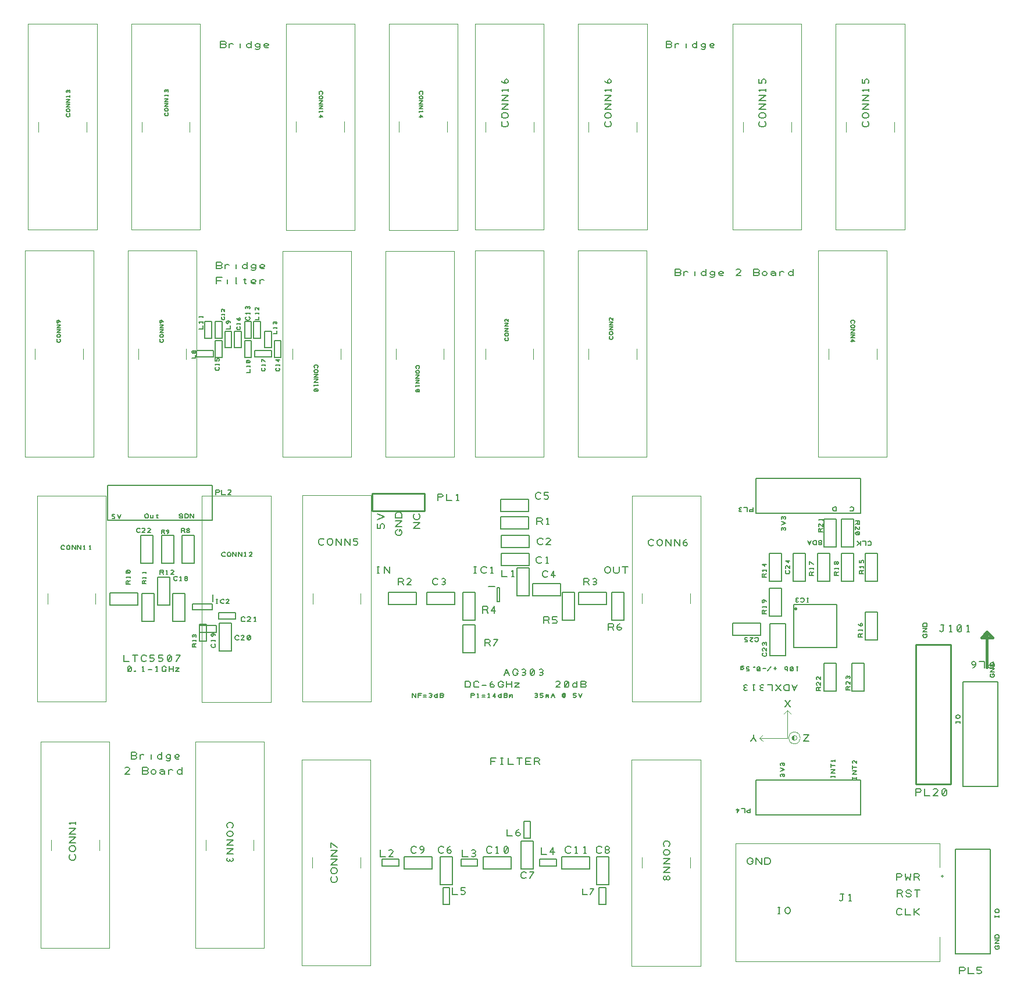
<source format=gbr>
G04 DesignSpark PCB Gerber Version 9.0 Build 5115 *
G04 #@! TF.Part,Single*
G04 #@! TF.FileFunction,Legend,Top *
G04 #@! TF.FilePolarity,Positive *
%FSLAX35Y35*%
%MOIN*%
%ADD10C,0.00394*%
%ADD22C,0.00500*%
%ADD106C,0.00512*%
%ADD105C,0.00787*%
%ADD107C,0.00984*%
%ADD12C,0.01000*%
%ADD104C,0.01575*%
X0Y0D02*
D02*
D10*
X13906Y359646D02*
Y365551D01*
X15874Y489764D02*
Y495669D01*
X20992Y219173D02*
Y225079D01*
X23079Y77953D02*
Y83858D01*
X41465Y359646D02*
Y365551D01*
X43433Y489764D02*
Y495669D01*
X47291Y303622D02*
Y421732D01*
X7921*
Y303622*
X47291*
X48551Y219173D02*
Y225079D01*
X49260Y433740D02*
Y551850D01*
X9890*
Y433740*
X49260*
X50638Y77953D02*
Y83858D01*
X54378Y163150D02*
Y281260D01*
X15008*
Y163150*
X54378*
X56465Y21929D02*
Y140039D01*
X17094*
Y21929*
X56465*
X72961Y359646D02*
Y365551D01*
X74929Y489764D02*
Y495669D01*
X100520Y359646D02*
Y365551D01*
X102488Y489764D02*
Y495669D01*
X106346Y303622D02*
Y421732D01*
X66976*
Y303622*
X106346*
X108315Y433740D02*
Y551850D01*
X68945*
Y433740*
X108315*
X109575Y281102D02*
Y162992D01*
X148945*
Y281102*
X109575*
X111661Y77953D02*
Y83858D01*
X139220Y77953D02*
Y83858D01*
X145047Y21929D02*
Y140039D01*
X105677*
Y21929*
X145047*
X155717Y421575D02*
Y303465D01*
X195087*
Y421575*
X155717*
X157606Y551772D02*
Y433661D01*
X196976*
Y551772*
X157606*
X161543Y365551D02*
Y359646D01*
X163433Y495748D02*
Y489843D01*
X172764Y67835D02*
Y73740D01*
X172921Y219291D02*
Y225197D01*
X189102Y365551D02*
Y359646D01*
X190992Y495748D02*
Y489843D01*
X200323Y67835D02*
Y73740D01*
X200480Y219291D02*
Y225197D01*
X206150Y11811D02*
Y129921D01*
X166780*
Y11811*
X206150*
X206307Y163268D02*
Y281378D01*
X166937*
Y163268*
X206307*
X214772Y421575D02*
Y303465D01*
X254142*
Y421575*
X214772*
X216661Y551772D02*
Y433661D01*
X256031*
Y551772*
X216661*
X220598Y365551D02*
Y359646D01*
X222488Y495748D02*
Y489843D01*
X248157Y365551D02*
Y359646D01*
X250047Y495748D02*
Y489843D01*
X271976Y359646D02*
Y365551D01*
X272173Y489764D02*
Y495669D01*
X299535Y359646D02*
Y365551D01*
X299732Y489764D02*
Y495669D01*
X305362Y303622D02*
Y421732D01*
X265992*
Y303622*
X305362*
X305559Y433740D02*
Y551850D01*
X266189*
Y433740*
X305559*
X331031Y359646D02*
Y365551D01*
X331228Y489764D02*
Y495669D01*
X355913Y129764D02*
Y11654D01*
X395283*
Y129764*
X355913*
X355992Y281299D02*
Y163189D01*
X395362*
Y281299*
X355992*
X358591Y359646D02*
Y365551D01*
X358787Y489764D02*
Y495669D01*
X361740Y73740D02*
Y67835D01*
X361819Y225276D02*
Y219370D01*
X364417Y303622D02*
Y421732D01*
X325047*
Y303622*
X364417*
X364614Y433740D02*
Y551850D01*
X325244*
Y433740*
X364614*
X389299Y73740D02*
Y67835D01*
X389378Y225276D02*
Y219370D01*
X419811Y489764D02*
Y495669D01*
X429063Y142323D02*
X431031Y144291D01*
X429063Y142323D02*
X431031Y140354D01*
X445205Y142323D02*
X429457D01*
X445205D02*
Y158071D01*
X447173Y156102*
X445205Y158071D02*
X443236Y156102D01*
X447370Y489764D02*
Y495669D01*
X449142Y138937D02*
G75*
G03Y145709J3386D01*
G01*
G75*
G03Y138937J-3386*
G01*
Y140906D02*
G75*
G03Y143740J1417D01*
G01*
G75*
G03Y140906J-1417*
G01*
G36*
G75*
G03Y143740J1417*
G01*
G75*
G03Y140906J-1417*
G01*
G37*
X453197Y433740D02*
Y551850D01*
X413827*
Y433740*
X453197*
X468748Y359646D02*
Y365551D01*
X478866Y489764D02*
Y495669D01*
X496307Y359646D02*
Y365551D01*
X502134Y303622D02*
Y421732D01*
X462764*
Y303622*
X502134*
X506425Y489764D02*
Y495669D01*
X512252Y433740D02*
Y551850D01*
X472882*
Y433740*
X512252*
X532311Y28031D02*
Y14173D01*
X415579*
Y81890*
X532311*
Y68031*
D02*
D12*
X207213Y272441D02*
X237213D01*
Y282441*
X207213*
Y272441*
X518748Y195866D02*
Y115866D01*
X538748*
Y195866*
X518748*
D02*
D22*
X30756Y250748D02*
X30559Y250551D01*
X30165Y250354*
X29575*
X29181Y250551*
X28984Y250748*
X28787Y251142*
Y251929*
X28984Y252323*
X29181Y252520*
X29575Y252717*
X30165*
X30559Y252520*
X30756Y252323*
X31937Y251142D02*
Y251929D01*
X32134Y252323*
X32331Y252520*
X32724Y252717*
X33118*
X33512Y252520*
X33709Y252323*
X33906Y251929*
Y251142*
X33709Y250748*
X33512Y250551*
X33118Y250354*
X32724*
X32331Y250551*
X32134Y250748*
X31937Y251142*
X35087Y250354D02*
Y252717D01*
X37055Y250354*
Y252717*
X38236Y250354D02*
Y252717D01*
X40205Y250354*
Y252717*
X41780Y250354D02*
X42567D01*
X42173D02*
Y252717D01*
X41780Y252323*
X44929Y250354D02*
X45717D01*
X45323D02*
Y252717D01*
X44929Y252323*
X28005Y371014D02*
X28177Y370842D01*
X28349Y370497*
Y369980*
X28177Y369636*
X28005Y369464*
X27660Y369291*
X26971*
X26627Y369464*
X26455Y369636*
X26282Y369980*
Y370497*
X26455Y370842*
X26627Y371014*
X27660Y372047D02*
X26971D01*
X26627Y372220*
X26455Y372392*
X26282Y372736*
Y373081*
X26455Y373425*
X26627Y373598*
X26971Y373770*
X27660*
X28005Y373598*
X28177Y373425*
X28349Y373081*
Y372736*
X28177Y372392*
X28005Y372220*
X27660Y372047*
X28349Y374803D02*
X26282D01*
X28349Y376526*
X26282*
X28349Y377559D02*
X26282D01*
X28349Y379281*
X26282*
X28349Y380832D02*
X28177Y381176D01*
X27833Y381521*
X27316Y381693*
X26799*
X26455Y381521*
X26282Y381176*
Y380832*
X26455Y380487*
X26799Y380315*
X27144Y380487*
X27316Y380832*
Y381176*
X27144Y381521*
X26799Y381693*
X33517Y500344D02*
X33689Y500172D01*
X33861Y499828*
Y499311*
X33689Y498967*
X33517Y498794*
X33172Y498622*
X32483*
X32139Y498794*
X31967Y498967*
X31794Y499311*
Y499828*
X31967Y500172*
X32139Y500344*
X33172Y501378D02*
X32483D01*
X32139Y501550*
X31967Y501722*
X31794Y502067*
Y502411*
X31967Y502756*
X32139Y502928*
X32483Y503100*
X33172*
X33517Y502928*
X33689Y502756*
X33861Y502411*
Y502067*
X33689Y501722*
X33517Y501550*
X33172Y501378*
X33861Y504134D02*
X31794D01*
X33861Y505856*
X31794*
X33861Y506890D02*
X31794D01*
X33861Y508612*
X31794*
X33861Y509990D02*
Y510679D01*
Y510335D02*
X31794D01*
X32139Y509990*
X33689Y512574D02*
X33861Y512919D01*
Y513263*
X33689Y513607*
X33344Y513780*
X33000Y513607*
X32828Y513263*
Y512919*
Y513263D02*
X32656Y513607D01*
X32311Y513780*
X31967Y513607*
X31794Y513263*
Y512919*
X31967Y512574*
X36556Y75369D02*
X36868Y75057D01*
X37181Y74431*
Y73494*
X36868Y72869*
X36556Y72557*
X35931Y72244*
X34681*
X34056Y72557*
X33743Y72869*
X33431Y73494*
Y74431*
X33743Y75057*
X34056Y75369*
X35931Y77244D02*
X34681D01*
X34056Y77557*
X33743Y77869*
X33431Y78494*
Y79119*
X33743Y79744*
X34056Y80057*
X34681Y80369*
X35931*
X36556Y80057*
X36868Y79744*
X37181Y79119*
Y78494*
X36868Y77869*
X36556Y77557*
X35931Y77244*
X37181Y82244D02*
X33431D01*
X37181Y85369*
X33431*
X37181Y87244D02*
X33431D01*
X37181Y90369*
X33431*
X37181Y92869D02*
Y94119D01*
Y93494D02*
X33431D01*
X34056Y92869*
X57921Y268268D02*
X58315Y268071D01*
X58906*
X59299Y268268*
X59496Y268661*
Y268858*
X59299Y269252*
X58906Y269449*
X57921*
Y270433*
X59496*
X61071D02*
X62055Y268071D01*
X63039Y270433*
X64614Y189884D02*
Y186134D01*
X67739*
X71177D02*
Y189884D01*
X69614D02*
X72739D01*
X77739Y186759D02*
X77427Y186447D01*
X76802Y186134*
X75864*
X75239Y186447*
X74927Y186759*
X74614Y187384*
Y188634*
X74927Y189259*
X75239Y189572*
X75864Y189884*
X76802*
X77427Y189572*
X77739Y189259*
X79614Y186447D02*
X80239Y186134D01*
X81177*
X81802Y186447*
X82114Y187072*
Y187384*
X81802Y188009*
X81177Y188322*
X79614*
Y189884*
X82114*
X84614Y186447D02*
X85239Y186134D01*
X86177*
X86802Y186447*
X87114Y187072*
Y187384*
X86802Y188009*
X86177Y188322*
X84614*
Y189884*
X87114*
X89927Y186447D02*
X90552Y186134D01*
X91177*
X91802Y186447*
X92114Y187072*
Y188947*
X91802Y189572*
X91177Y189884*
X90552*
X89927Y189572*
X89614Y188947*
Y187072*
X89927Y186447*
X91802Y189572*
X94614Y186134D02*
X97114Y189884D01*
X94614*
X67980Y121607D02*
X65480D01*
X67668Y123794*
X67980Y124419*
X67668Y125044*
X67043Y125357*
X66106*
X65480Y125044*
X77668Y123482D02*
X78293Y123169D01*
X78606Y122544*
X78293Y121919*
X77668Y121607*
X75480*
Y125357*
X77668*
X78293Y125044*
X78606Y124419*
X78293Y123794*
X77668Y123482*
X75480*
X80480Y122544D02*
X80793Y121919D01*
X81418Y121607*
X82043*
X82668Y121919*
X82980Y122544*
Y123169*
X82668Y123794*
X82043Y124107*
X81418*
X80793Y123794*
X80480Y123169*
Y122544*
X85480Y123794D02*
X86106Y124107D01*
X87043*
X87668Y123794*
X87980Y123169*
Y122232*
X87668Y121919*
X87043Y121607*
X86418*
X85793Y121919*
X85480Y122232*
Y122544*
X85793Y122857*
X86418Y123169*
X87043*
X87668Y122857*
X87980Y122544*
Y122232D02*
Y121607D01*
X90480D02*
Y124107D01*
Y123169D02*
X90793Y123794D01*
X91418Y124107*
X92043*
X92668Y123794*
X97980Y123169D02*
X97668Y123794D01*
X97043Y124107*
X96418*
X95793Y123794*
X95480Y123169*
Y122544*
X95793Y121919*
X96418Y121607*
X97043*
X97668Y121919*
X97980Y122544*
Y121607D02*
Y125357D01*
X67222Y180669D02*
X67715Y180423D01*
X68207*
X68699Y180669*
X68945Y181161*
Y182638*
X68699Y183130*
X68207Y183376*
X67715*
X67222Y183130*
X66976Y182638*
Y181161*
X67222Y180669*
X68699Y183130*
X71159Y180423D02*
X71406Y180669D01*
X71159Y180915*
X70913Y180669*
X71159Y180423*
X75343D02*
X76327D01*
X75835D02*
Y183376D01*
X75343Y182884*
X78787Y181407D02*
X80756D01*
X83217Y180423D02*
X84201D01*
X83709D02*
Y183376D01*
X83217Y182884*
X88384Y181654D02*
X89122D01*
Y181407*
X88876Y180915*
X88630Y180669*
X88138Y180423*
X87646*
X87154Y180669*
X86907Y180915*
X86661Y181407*
Y182392*
X86907Y182884*
X87154Y183130*
X87646Y183376*
X88138*
X88630Y183130*
X88876Y182884*
X89122Y182392*
X90598Y180423D02*
Y183376D01*
Y181900D02*
X93059D01*
Y180423D02*
Y183376D01*
X94535Y182392D02*
X96504D01*
X94535Y180423*
X96504*
X68354Y230472D02*
X65992D01*
Y231850*
X66189Y232244*
X66583Y232441*
X66976Y232244*
X67173Y231850*
Y230472*
Y231850D02*
X68354Y232441D01*
Y234016D02*
Y234803D01*
Y234409D02*
X65992D01*
X66386Y234016*
X68157Y236969D02*
X68354Y237362D01*
Y237756*
X68157Y238150*
X67764Y238346*
X66583*
X66189Y238150*
X65992Y237756*
Y237362*
X66189Y236969*
X66583Y236772*
X67764*
X68157Y236969*
X66189Y238150*
X71211Y132143D02*
X71836Y131831D01*
X72149Y131206*
X71836Y130581*
X71211Y130268*
X69024*
Y134018*
X71211*
X71836Y133706*
X72149Y133081*
X71836Y132456*
X71211Y132143*
X69024*
X74024Y130268D02*
Y132768D01*
Y131831D02*
X74336Y132456D01*
X74961Y132768*
X75586*
X76211Y132456*
X80274Y130268D02*
Y132768D01*
Y133706D02*
X86524Y131831*
X86211Y132456D01*
X85586Y132768*
X84961*
X84336Y132456*
X84024Y131831*
Y131206*
X84336Y130581*
X84961Y130268*
X85586*
X86211Y130581*
X86524Y131206*
Y130268D02*
Y134018D01*
X91524Y131831D02*
X91211Y132456D01*
X90586Y132768*
X89961*
X89336Y132456*
X89024Y131831*
Y131518*
X89336Y130893*
X89961Y130581*
X90586*
X91211Y130893*
X91524Y131518*
Y132768D02*
Y130268D01*
X91211Y129643*
X90586Y129331*
X89649*
X89024Y129643*
X96524Y130581D02*
X96211Y130268D01*
X95586*
X94961*
X94336Y130581*
X94024Y131206*
Y132143*
X94336Y132456*
X94961Y132768*
X95586*
X96211Y132456*
X96524Y132143*
Y131831*
X96211Y131518*
X95586Y131206*
X94961*
X94336Y131518*
X94024Y131831*
X74063Y260591D02*
X73866Y260394D01*
X73472Y260197*
X72882*
X72488Y260394*
X72291Y260591*
X72094Y260984*
Y261772*
X72291Y262165*
X72488Y262362*
X72882Y262559*
X73472*
X73866Y262362*
X74063Y262165*
X76819Y260197D02*
X75244D01*
X76622Y261575*
X76819Y261969*
X76622Y262362*
X76228Y262559*
X75638*
X75244Y262362*
X79969Y260197D02*
X78394D01*
X79772Y261575*
X79969Y261969*
X79772Y262362*
X79378Y262559*
X78787*
X78394Y262362*
X72693Y225547D02*
X56693D01*
Y218547*
X72693*
Y225547*
X74500Y258472D02*
Y242472D01*
X81500*
Y258472*
X74500*
X76819Y269252D02*
Y270039D01*
X77016Y270433*
X77213Y270630*
X77606Y270827*
X78000*
X78394Y270630*
X78591Y270433*
X78787Y270039*
Y269252*
X78591Y268858*
X78394Y268661*
X78000Y268465*
X77606*
X77213Y268661*
X77016Y268858*
X76819Y269252*
X79969Y270039D02*
Y269055D01*
X80165Y268661*
X80559Y268465*
X80953*
X81346Y268661*
X81543Y269055*
Y270039D02*
Y268465D01*
X83446Y270039D02*
X84365D01*
X83906Y270433D02*
Y268661D01*
X84102Y268465*
X84299*
X84496Y268661*
X77483Y230866D02*
X75416D01*
Y232072*
X75589Y232417*
X75933Y232589*
X76278Y232417*
X76450Y232072*
Y230866*
Y232072D02*
X77483Y232589D01*
Y233967D02*
Y234656D01*
Y234311D02*
X75416D01*
X75761Y233967*
X77483Y236722D02*
Y237411D01*
Y237067D02*
X75416D01*
X75761Y236722*
X81972Y209323D02*
Y225323D01*
X74972*
Y209323*
X81972*
X84028Y234378D02*
Y218378D01*
X91028*
Y234378*
X84028*
X85480Y236181D02*
Y238543D01*
X86858*
X87252Y238346*
X87449Y237953*
X87252Y237559*
X86858Y237362*
X85480*
X86858D02*
X87449Y236181D01*
X89024D02*
X89811D01*
X89417D02*
Y238543D01*
X89024Y238150*
X93354Y236181D02*
X91780D01*
X93157Y237559*
X93354Y237953*
X93157Y238346*
X92764Y238543*
X92173*
X91780Y238346*
X86311Y258472D02*
Y242472D01*
X93311*
Y258472*
X86311*
X86346Y259572D02*
Y261639D01*
X87552*
X87897Y261467*
X88069Y261122*
X87897Y260778*
X87552Y260606*
X86346*
X87552D02*
X88069Y259572D01*
X89619D02*
X89964Y259744D01*
X90308Y260089*
X90480Y260606*
Y261122*
X90308Y261467*
X89964Y261639*
X89619*
X89275Y261467*
X89102Y261122*
X89275Y260778*
X89619Y260606*
X89964*
X90308Y260778*
X90480Y261122*
X87060Y371014D02*
X87232Y370842D01*
X87404Y370497*
Y369980*
X87232Y369636*
X87060Y369464*
X86715Y369291*
X86026*
X85682Y369464*
X85510Y369636*
X85337Y369980*
Y370497*
X85510Y370842*
X85682Y371014*
X86715Y372047D02*
X86026D01*
X85682Y372220*
X85510Y372392*
X85337Y372736*
Y373081*
X85510Y373425*
X85682Y373598*
X86026Y373770*
X86715*
X87060Y373598*
X87232Y373425*
X87404Y373081*
Y372736*
X87232Y372392*
X87060Y372220*
X86715Y372047*
X87404Y374803D02*
X85337D01*
X87404Y376526*
X85337*
X87404Y377559D02*
X85337D01*
X87404Y379281*
X85337*
X87404Y380832D02*
X87232Y381176D01*
X86888Y381521*
X86371Y381693*
X85854*
X85510Y381521*
X85337Y381176*
Y380832*
X85510Y380487*
X85854Y380315*
X86199Y380487*
X86371Y380832*
Y381176*
X86199Y381521*
X85854Y381693*
X89816Y500738D02*
X89988Y500566D01*
X90160Y500222*
Y499705*
X89988Y499360*
X89816Y499188*
X89471Y499016*
X88782*
X88438Y499188*
X88266Y499360*
X88093Y499705*
Y500222*
X88266Y500566*
X88438Y500738*
X89471Y501772D02*
X88782D01*
X88438Y501944*
X88266Y502116*
X88093Y502461*
Y502805*
X88266Y503150*
X88438Y503322*
X88782Y503494*
X89471*
X89816Y503322*
X89988Y503150*
X90160Y502805*
Y502461*
X89988Y502116*
X89816Y501944*
X89471Y501772*
X90160Y504528D02*
X88093D01*
X90160Y506250*
X88093*
X90160Y507283D02*
X88093D01*
X90160Y509006*
X88093*
X90160Y510384D02*
Y511073D01*
Y510728D02*
X88093D01*
X88438Y510384*
X89988Y512968D02*
X90160Y513312D01*
Y513657*
X89988Y514001*
X89644Y514173*
X89299Y514001*
X89127Y513657*
Y513312*
Y513657D02*
X88955Y514001D01*
X88610Y514173*
X88266Y514001*
X88093Y513657*
Y513312*
X88266Y512968*
X95323Y233031D02*
X95126Y232835D01*
X94732Y232638*
X94142*
X93748Y232835*
X93551Y233031*
X93354Y233425*
Y234213*
X93551Y234606*
X93748Y234803*
X94142Y235000*
X94732*
X95126Y234803*
X95323Y234606*
X96898Y232638D02*
X97685D01*
X97291D02*
Y235000D01*
X96898Y234606*
X100244Y233819D02*
X100638D01*
X101031Y234016*
X101228Y234409*
X101031Y234803*
X100638Y235000*
X100244*
X99850Y234803*
X99654Y234409*
X99850Y234016*
X100244Y233819*
X99850Y233622*
X99654Y233228*
X99850Y232835*
X100244Y232638*
X100638*
X101031Y232835*
X101228Y233228*
X101031Y233622*
X100638Y233819*
X95283Y267323D02*
X55283D01*
Y287323*
X115283*
Y267323*
X95283*
X96504Y269055D02*
X96701Y268661D01*
X97094Y268465*
X97882*
X98276Y268661*
X98472Y269055*
X98276Y269449*
X97882Y269646*
X97094*
X96701Y269843*
X96504Y270236*
X96701Y270630*
X97094Y270827*
X97882*
X98276Y270630*
X98472Y270236*
X99654Y268465D02*
Y270827D01*
X100835*
X101228Y270630*
X101425Y270433*
X101622Y270039*
Y269252*
X101425Y268858*
X101228Y268661*
X100835Y268465*
X99654*
X102803D02*
Y270827D01*
X104772Y268465*
Y270827*
X97685Y260039D02*
Y262402D01*
X99063*
X99457Y262205*
X99654Y261811*
X99457Y261417*
X99063Y261220*
X97685*
X99063D02*
X99654Y260039D01*
X101425Y261220D02*
X101819D01*
X102213Y261417*
X102409Y261811*
X102213Y262205*
X101819Y262402*
X101425*
X101031Y262205*
X100835Y261811*
X101031Y261417*
X101425Y261220*
X101031Y261024*
X100835Y260630*
X101031Y260236*
X101425Y260039*
X101819*
X102213Y260236*
X102409Y260630*
X102213Y261024*
X101819Y261220*
X98122Y258472D02*
Y242472D01*
X105122*
Y258472*
X98122*
X99689Y209323D02*
Y225323D01*
X92689*
Y209323*
X99689*
X103841Y360236D02*
X105908D01*
Y361959*
X104875Y363509D02*
Y363854D01*
X104703Y364198*
X104358Y364370*
X104014Y364198*
X103841Y363854*
Y363509*
X104014Y363165*
X104358Y362992*
X104703Y363165*
X104875Y363509*
X105047Y363165*
X105392Y362992*
X105736Y363165*
X105908Y363509*
Y363854*
X105736Y364198*
X105392Y364370*
X105047Y364198*
X104875Y363854*
X106223Y194646D02*
X104156D01*
Y195852*
X104329Y196196*
X104673Y196368*
X105018Y196196*
X105190Y195852*
Y194646*
Y195852D02*
X106223Y196368D01*
Y197746D02*
Y198435D01*
Y198091D02*
X104156D01*
X104501Y197746*
X106051Y200330D02*
X106223Y200674D01*
Y201019*
X106051Y201363*
X105707Y201535*
X105362Y201363*
X105190Y201019*
Y200674*
Y201019D02*
X105018Y201363D01*
X104673Y201535*
X104329Y201363*
X104156Y201019*
Y200674*
X104329Y200330*
X108043Y202891D02*
Y206691D01*
X117643*
Y202891*
X108043*
X108187Y207556D02*
X111987D01*
Y197956*
X108187*
Y207556*
X107803Y376772D02*
X110165D01*
Y378740*
Y380315D02*
Y381102D01*
Y380709D02*
X107803D01*
X108197Y380315*
X110165Y383465D02*
Y384252D01*
Y383858D02*
X107803D01*
X108197Y383465*
X111218Y381178D02*
X115018D01*
Y371578*
X111218*
Y381178*
X115950Y364498D02*
Y360698D01*
X106350*
Y364498*
X115950*
X117646Y219488D02*
X118433D01*
X118039D02*
Y221850D01*
X117646D02*
X118433D01*
X122173Y219882D02*
X121976Y219685D01*
X121583Y219488*
X120992*
X120598Y219685*
X120402Y219882*
X120205Y220276*
Y221063*
X120402Y221457*
X120598Y221654*
X120992Y221850*
X121583*
X121976Y221654*
X122173Y221457*
X124929Y219488D02*
X123354D01*
X124732Y220866*
X124929Y221260*
X124732Y221654*
X124339Y221850*
X123748*
X123354Y221654*
X117124Y370154D02*
X120924D01*
Y360554*
X117124*
Y370154*
X117370Y281924D02*
Y284582D01*
X118920*
X119363Y284360*
X119585Y283917*
X119363Y283474*
X118920Y283253*
X117370*
X120913Y284582D02*
Y281924D01*
X123128*
X126228D02*
X124457D01*
X126007Y283474*
X126228Y283917*
X126007Y284360*
X125564Y284582*
X124900*
X124457Y284360*
X116780Y196220D02*
X116976Y196024D01*
X117173Y195630*
Y195039*
X116976Y194646*
X116780Y194449*
X116386Y194252*
X115598*
X115205Y194449*
X115008Y194646*
X114811Y195039*
Y195630*
X115008Y196024*
X115205Y196220*
X117173Y197795D02*
Y198583D01*
Y198189D02*
X114811D01*
X115205Y197795*
X117173Y201142D02*
X116976Y201535D01*
X116583Y201929*
X115992Y202126*
X115402*
X115008Y201929*
X114811Y201535*
Y201142*
X115008Y200748*
X115402Y200551*
X115795Y200748*
X115992Y201142*
Y201535*
X115795Y201929*
X115402Y202126*
X117843Y402709D02*
Y406459D01*
X120968*
X120343Y404584D02*
X117843D01*
X124093Y402709D02*
Y405209D01*
Y406147D02*
X129405Y402709*
X129093D01*
Y406459*
X133363Y405209D02*
X134822D01*
X134093Y405834D02*
Y403022D01*
X134405Y402709*
X134718*
X135030Y403022*
X140343D02*
X140030Y402709D01*
X139405*
X138780*
X138155Y403022*
X137843Y403647*
Y404584*
X138155Y404897*
X138780Y405209*
X139405*
X140030Y404897*
X140343Y404584*
Y404272*
X140030Y403959*
X139405Y403647*
X138780*
X138155Y403959*
X137843Y404272*
X142843Y402709D02*
Y405209D01*
Y404272D02*
X143155Y404897D01*
X143780Y405209*
X144405*
X145030Y404897*
X120030Y413246D02*
X120655Y412933D01*
X120968Y412308*
X120655Y411683*
X120030Y411370*
X117843*
Y415120*
X120030*
X120655Y414808*
X120968Y414183*
X120655Y413558*
X120030Y413246*
X117843*
X122843Y411370D02*
Y413870D01*
Y412933D02*
X123155Y413558D01*
X123780Y413870*
X124405*
X125030Y413558*
X129093Y411370D02*
Y413870D01*
Y414808D02*
X135343Y412933*
X135030Y413558D01*
X134405Y413870*
X133780*
X133155Y413558*
X132843Y412933*
Y412308*
X133155Y411683*
X133780Y411370*
X134405*
X135030Y411683*
X135343Y412308*
Y411370D02*
Y415120D01*
X140343Y412933D02*
X140030Y413558D01*
X139405Y413870*
X138780*
X138155Y413558*
X137843Y412933*
Y412620*
X138155Y411996*
X138780Y411683*
X139405*
X140030Y411996*
X140343Y412620*
Y413870D02*
Y411370D01*
X140030Y410746*
X139405Y410433*
X138468*
X137843Y410746*
X145343Y411683D02*
X145030Y411370D01*
X144405*
X143780*
X143155Y411683*
X142843Y412308*
Y413246*
X143155Y413558*
X143780Y413870*
X144405*
X145030Y413558*
X145343Y413246*
Y412933*
X145030Y412620*
X144405Y412308*
X143780*
X143155Y412620*
X142843Y412933*
X119066Y210372D02*
Y214172D01*
X128666*
Y210372*
X119066*
X118950Y354872D02*
X119122Y354700D01*
X119294Y354356*
Y353839*
X119122Y353494*
X118950Y353322*
X118605Y353150*
X117916*
X117572Y353322*
X117400Y353494*
X117227Y353839*
Y354356*
X117400Y354700*
X117572Y354872*
X119294Y356250D02*
Y356939D01*
Y356594D02*
X117227D01*
X117572Y356250*
X119122Y358661D02*
X119294Y359006D01*
Y359523*
X119122Y359867*
X118778Y360039*
X118605*
X118261Y359867*
X118089Y359523*
Y358661*
X117227*
Y360039*
X122392Y540017D02*
X123017Y539705D01*
X123330Y539080*
X123017Y538455*
X122392Y538142*
X120205*
Y541892*
X122392*
X123017Y541580*
X123330Y540955*
X123017Y540330*
X122392Y540017*
X120205*
X125205Y538142D02*
Y540642D01*
Y539705D02*
X125517Y540330D01*
X126142Y540642*
X126767*
X127392Y540330*
X131455Y538142D02*
Y540642D01*
Y541580D02*
X137705Y539705*
X137392Y540330D01*
X136767Y540642*
X136142*
X135517Y540330*
X135205Y539705*
Y539080*
X135517Y538455*
X136142Y538142*
X136767*
X137392Y538455*
X137705Y539080*
Y538142D02*
Y541892D01*
X142705Y539705D02*
X142392Y540330D01*
X141767Y540642*
X141142*
X140517Y540330*
X140205Y539705*
Y539392*
X140517Y538767*
X141142Y538455*
X141767*
X142392Y538767*
X142705Y539392*
Y540642D02*
Y538142D01*
X142392Y537517*
X141767Y537205*
X140830*
X140205Y537517*
X147705Y538455D02*
X147392Y538142D01*
X146767*
X146142*
X145517Y538455*
X145205Y539080*
Y540017*
X145517Y540330*
X146142Y540642*
X146767*
X147392Y540330*
X147705Y540017*
Y539705*
X147392Y539392*
X146767Y539080*
X146142*
X145517Y539392*
X145205Y539705*
X122882Y246811D02*
X122685Y246614D01*
X122291Y246417*
X121701*
X121307Y246614*
X121110Y246811*
X120913Y247205*
Y247992*
X121110Y248386*
X121307Y248583*
X121701Y248780*
X122291*
X122685Y248583*
X122882Y248386*
X124063Y247205D02*
Y247992D01*
X124260Y248386*
X124457Y248583*
X124850Y248780*
X125244*
X125638Y248583*
X125835Y248386*
X126031Y247992*
Y247205*
X125835Y246811*
X125638Y246614*
X125244Y246417*
X124850*
X124457Y246614*
X124260Y246811*
X124063Y247205*
X127213Y246417D02*
Y248780D01*
X129181Y246417*
Y248780*
X130362Y246417D02*
Y248780D01*
X132331Y246417*
Y248780*
X133906Y246417D02*
X134693D01*
X134299D02*
Y248780D01*
X133906Y248386*
X138236Y246417D02*
X136661D01*
X138039Y247795*
X138236Y248189*
X138039Y248583*
X137646Y248780*
X137055*
X136661Y248583*
X120924Y371578D02*
X117124D01*
Y381178*
X120924*
Y371578*
X124326Y90772D02*
X124014Y91085D01*
X123701Y91710*
Y92648*
X124014Y93272*
X124326Y93585*
X124951Y93898*
X126201*
X126826Y93585*
X127139Y93272*
X127451Y92648*
Y91710*
X127139Y91085*
X126826Y90772*
X124951Y88898D02*
X126201D01*
X126826Y88585*
X127139Y88272*
X127451Y87648*
Y87022*
X127139Y86398*
X126826Y86085*
X126201Y85772*
X124951*
X124326Y86085*
X124014Y86398*
X123701Y87022*
Y87648*
X124014Y88272*
X124326Y88585*
X124951Y88898*
X123701Y83898D02*
X127451D01*
X123701Y80772*
X127451*
X123701Y78898D02*
X127451D01*
X123701Y75772*
X127451*
X124014Y73585D02*
X123701Y72960D01*
Y72335*
X124014Y71710*
X124639Y71398*
X125264Y71710*
X125576Y72335*
Y72960*
Y72335D02*
X125889Y71710D01*
X126514Y71398*
X127139Y71710*
X127451Y72335*
Y72960*
X127139Y73585*
X122222Y383760D02*
X122370Y383612D01*
X122518Y383317*
Y382874*
X122370Y382579*
X122222Y382431*
X121927Y382283*
X121337*
X121041Y382431*
X120894Y382579*
X120746Y382874*
Y383317*
X120894Y383612*
X121041Y383760*
X122518Y384941D02*
Y385531D01*
Y385236D02*
X120746D01*
X121041Y384941*
X122518Y388189D02*
Y387008D01*
X121484Y388041*
X121189Y388189*
X120894Y388041*
X120746Y387746*
Y387303*
X120894Y387008*
X126435Y366066D02*
X122635D01*
Y375666*
X126435*
Y366066*
X123551Y376772D02*
X125913D01*
Y378740*
Y380512D02*
X125717Y380906D01*
X125323Y381299*
X124732Y381496*
X124142*
X123748Y381299*
X123551Y380906*
Y380512*
X123748Y380118*
X124142Y379921*
X124535Y380118*
X124732Y380512*
Y380906*
X124535Y381299*
X124142Y381496*
X126579Y192067D02*
Y208067D01*
X119579*
Y192067*
X126579*
X128147Y375666D02*
X131947D01*
Y366066*
X128147*
Y375666*
X130608Y198903D02*
X130387Y198681D01*
X129944Y198460*
X129280*
X128837Y198681*
X128615Y198903*
X128394Y199346*
Y200231*
X128615Y200674*
X128837Y200896*
X129280Y201117*
X129944*
X130387Y200896*
X130608Y200674*
X133709Y198460D02*
X131937D01*
X133487Y200010*
X133709Y200453*
X133487Y200896*
X133044Y201117*
X132380*
X131937Y200896*
X135702Y198681D02*
X136145Y198460D01*
X136588*
X137031Y198681*
X137252Y199124*
Y200453*
X137031Y200896*
X136588Y201117*
X136145*
X135702Y200896*
X135480Y200453*
Y199124*
X135702Y198681*
X137031Y200896*
X134230Y209533D02*
X134009Y209311D01*
X133566Y209090*
X132902*
X132459Y209311*
X132237Y209533*
X132016Y209976*
Y210861*
X132237Y211304*
X132459Y211526*
X132902Y211747*
X133566*
X134009Y211526*
X134230Y211304*
X137331Y209090D02*
X135559D01*
X137109Y210640*
X137331Y211083*
X137109Y211526*
X136667Y211747*
X136002*
X135559Y211526*
X139545Y209090D02*
X140431D01*
X139988D02*
Y211747D01*
X139545Y211304*
X131154Y378100D02*
X131327Y377928D01*
X131499Y377584*
Y377067*
X131327Y376722*
X131154Y376550*
X130810Y376378*
X130121*
X129776Y376550*
X129604Y376722*
X129432Y377067*
Y377584*
X129604Y377928*
X129776Y378100*
X131499Y379478D02*
Y380167D01*
Y379823D02*
X129432D01*
X129776Y379478*
X130982Y381890D02*
X130638Y382062D01*
X130465Y382407*
Y382751*
X130638Y383096*
X130982Y383268*
X131327Y383096*
X131499Y382751*
Y382407*
X131327Y382062*
X130982Y381890*
X130465*
X129949Y382062*
X129604Y382407*
X129432Y382751*
X134944Y351969D02*
X137011D01*
Y353691*
Y355069D02*
Y355758D01*
Y355413D02*
X134944D01*
X135288Y355069*
X136839Y357653D02*
X137011Y357997D01*
Y358342*
X136839Y358686*
X136494Y358858*
X135461*
X135116Y358686*
X134944Y358342*
Y357997*
X135116Y357653*
X135461Y357480*
X136494*
X136839Y357653*
X135116Y358686*
X136543Y383858D02*
X136740Y383661D01*
X136937Y383268*
Y382677*
X136740Y382283*
X136543Y382087*
X136150Y381890*
X135362*
X134969Y382087*
X134772Y382283*
X134575Y382677*
Y383268*
X134772Y383661*
X134969Y383858*
X136937Y385433D02*
Y386220D01*
Y385827D02*
X134575D01*
X134969Y385433*
X136740Y388386D02*
X136937Y388780D01*
Y389173*
X136740Y389567*
X136346Y389764*
X135953Y389567*
X135756Y389173*
Y388780*
Y389173D02*
X135559Y389567D01*
X135165Y389764*
X134772Y389567*
X134575Y389173*
Y388780*
X134772Y388386*
X137853Y360554D02*
X134053D01*
Y370154*
X137853*
Y360554*
Y371578D02*
X134053D01*
Y381178*
X137853*
Y371578*
X139171Y381178D02*
X142971D01*
Y371578*
X139171*
Y381178*
X140062Y382283D02*
X142129D01*
Y384006*
Y385384D02*
Y386073D01*
Y385728D02*
X140062D01*
X140406Y385384*
X142129Y389173D02*
Y387795D01*
X140923Y389001*
X140579Y389173*
X140234Y389001*
X140062Y388657*
Y388140*
X140234Y387795*
X145328Y354478D02*
X145500Y354306D01*
X145672Y353962*
Y353445*
X145500Y353100*
X145328Y352928*
X144983Y352756*
X144294*
X143950Y352928*
X143778Y353100*
X143605Y353445*
Y353962*
X143778Y354306*
X143950Y354478*
X145672Y355856D02*
Y356545D01*
Y356201D02*
X143605D01*
X143950Y355856*
X145672Y358268D02*
X143605Y359646D01*
Y358268*
X149270Y366066D02*
X145470D01*
Y375666*
X149270*
Y366066*
X149414Y364498D02*
Y360698D01*
X139814*
Y364498*
X149414*
X150298Y374016D02*
X152365D01*
Y375738*
Y377116D02*
Y377805D01*
Y377461D02*
X150298D01*
X150643Y377116*
X152193Y379700D02*
X152365Y380044D01*
Y380389*
X152193Y380733*
X151848Y380906*
X151504Y380733*
X151331Y380389*
Y380044*
Y380389D02*
X151159Y380733D01*
X150815Y380906*
X150470Y380733*
X150298Y380389*
Y380044*
X150470Y379700*
X153595Y354478D02*
X153768Y354306D01*
X153940Y353962*
Y353445*
X153768Y353100*
X153595Y352928*
X153251Y352756*
X152562*
X152217Y352928*
X152045Y353100*
X151873Y353445*
Y353962*
X152045Y354306*
X152217Y354478*
X153940Y355856D02*
Y356545D01*
Y356201D02*
X151873D01*
X152217Y355856*
X153940Y359129D02*
X151873D01*
X153251Y358268*
Y359646*
X154782Y360554D02*
X150982D01*
Y370154*
X154782*
Y360554*
X174216Y354577D02*
X174043Y354749D01*
X173871Y355093*
Y355610*
X174043Y355955*
X174216Y356127*
X174560Y356299*
X175249*
X175594Y356127*
X175766Y355955*
X175938Y355610*
Y355093*
X175766Y354749*
X175594Y354577*
X174560Y353543D02*
X175249D01*
X175594Y353371*
X175766Y353199*
X175938Y352854*
Y352510*
X175766Y352165*
X175594Y351993*
X175249Y351821*
X174560*
X174216Y351993*
X174043Y352165*
X173871Y352510*
Y352854*
X174043Y353199*
X174216Y353371*
X174560Y353543*
X173871Y350787D02*
X175938D01*
X173871Y349065*
X175938*
X173871Y348031D02*
X175938D01*
X173871Y346309*
X175938*
X173871Y344931D02*
Y344242D01*
Y344587D02*
X175938D01*
X175594Y344931*
X174043Y342347D02*
X173871Y342003D01*
Y341658*
X174043Y341314*
X174388Y341142*
X175421*
X175766Y341314*
X175938Y341658*
Y342003*
X175766Y342347*
X175421Y342520*
X174388*
X174043Y342347*
X175766Y341314*
X176972Y511467D02*
X176799Y511639D01*
X176627Y511983*
Y512500*
X176799Y512844*
X176972Y513017*
X177316Y513189*
X178005*
X178350Y513017*
X178522Y512844*
X178694Y512500*
Y511983*
X178522Y511639*
X178350Y511467*
X177316Y510433D02*
X178005D01*
X178350Y510261*
X178522Y510089*
X178694Y509744*
Y509400*
X178522Y509055*
X178350Y508883*
X178005Y508711*
X177316*
X176972Y508883*
X176799Y509055*
X176627Y509400*
Y509744*
X176799Y510089*
X176972Y510261*
X177316Y510433*
X176627Y507677D02*
X178694D01*
X176627Y505955*
X178694*
X176627Y504921D02*
X178694D01*
X176627Y503199*
X178694*
X176627Y501821D02*
Y501132D01*
Y501476D02*
X178694D01*
X178350Y501821*
X176627Y498548D02*
X178694D01*
X177316Y499409*
Y498031*
X179511Y253531D02*
X179198Y253219D01*
X178573Y252906*
X177636*
X177011Y253219*
X176698Y253531*
X176386Y254156*
Y255406*
X176698Y256031*
X177011Y256344*
X177636Y256656*
X178573*
X179198Y256344*
X179511Y256031*
X181386Y254156D02*
Y255406D01*
X181698Y256031*
X182011Y256344*
X182636Y256656*
X183261*
X183886Y256344*
X184198Y256031*
X184511Y255406*
Y254156*
X184198Y253531*
X183886Y253219*
X183261Y252906*
X182636*
X182011Y253219*
X181698Y253531*
X181386Y254156*
X186386Y252906D02*
Y256656D01*
X189511Y252906*
Y256656*
X191386Y252906D02*
Y256656D01*
X194511Y252906*
Y256656*
X196386Y253219D02*
X197011Y252906D01*
X197948*
X198573Y253219*
X198886Y253844*
Y254156*
X198573Y254781*
X197948Y255094*
X196386*
Y256656*
X198886*
X186398Y62731D02*
X186711Y62419D01*
X187023Y61794*
Y60856*
X186711Y60231*
X186398Y59919*
X185773Y59606*
X184523*
X183898Y59919*
X183585Y60231*
X183273Y60856*
Y61794*
X183585Y62419*
X183898Y62731*
X185773Y64606D02*
X184523D01*
X183898Y64919*
X183585Y65231*
X183273Y65856*
Y66481*
X183585Y67106*
X183898Y67419*
X184523Y67731*
X185773*
X186398Y67419*
X186711Y67106*
X187023Y66481*
Y65856*
X186711Y65231*
X186398Y64919*
X185773Y64606*
X187023Y69606D02*
X183273D01*
X187023Y72731*
X183273*
X187023Y74606D02*
X183273D01*
X187023Y77731*
X183273*
X187023Y79606D02*
X183273Y82106D01*
Y79606*
X209922Y236764D02*
X211172D01*
X210547D02*
Y240514D01*
X209922D02*
X211172D01*
X213984Y236764D02*
Y240514D01*
X217109Y236764*
Y240514*
X211583Y78073D02*
Y74323D01*
X214708*
X219083D02*
X216583D01*
X218770Y76511*
X219083Y77136*
X218770Y77761*
X218145Y78073*
X217208*
X216583Y77761*
X213640Y262598D02*
X213952Y263224D01*
Y264161*
X213640Y264786*
X213015Y265098*
X212702*
X212077Y264786*
X211765Y264161*
Y262598*
X210202*
Y265098*
Y267598D02*
X213952Y269161D01*
X210202Y270724*
X216575Y218744D02*
X232575D01*
Y225744*
X216575*
Y218744*
X221976Y230071D02*
Y233821D01*
X224164*
X224789Y233509*
X225102Y232884*
X224789Y232259*
X224164Y231946*
X221976*
X224164D02*
X225102Y230071D01*
X229476D02*
X226976D01*
X229164Y232259*
X229476Y232884*
X229164Y233509*
X228539Y233821*
X227602*
X226976Y233509*
X222406Y72687D02*
Y68887D01*
X212806*
Y72687*
X222406*
X222626Y260849D02*
Y261787D01*
X222939*
X223563Y261474*
X223876Y261161*
X224189Y260537*
Y259911*
X223876Y259287*
X223563Y258974*
X222939Y258661*
X221689*
X221063Y258974*
X220751Y259287*
X220439Y259911*
Y260537*
X220751Y261161*
X221063Y261474*
X221689Y261787*
X224189Y263661D02*
X220439D01*
X224189Y266787*
X220439*
X224189Y268661D02*
X220439D01*
Y270537*
X220751Y271161*
X221063Y271474*
X221689Y271787*
X222939*
X223563Y271474*
X223876Y271161*
X224189Y270537*
Y268661*
X225394Y67287D02*
X241394D01*
Y74287*
X225394*
Y67287*
X232424Y76917D02*
X232112Y76604D01*
X231487Y76292*
X230549*
X229924Y76604*
X229612Y76917*
X229299Y77542*
Y78792*
X229612Y79417*
X229924Y79730*
X230549Y80042*
X231487*
X232112Y79730*
X232424Y79417*
X235237Y76292D02*
X235862Y76604D01*
X236487Y77230*
X236799Y78167*
Y79104*
X236487Y79730*
X235862Y80042*
X235237*
X234612Y79730*
X234299Y79104*
X234612Y78480*
X235237Y78167*
X235862*
X236487Y78480*
X236799Y79104*
X230244Y165551D02*
Y167913D01*
X232213Y165551*
Y167913*
X233394Y165551D02*
Y167913D01*
X235362*
X234969Y166732D02*
X233394D01*
X236543Y165945D02*
X238118D01*
Y166732D02*
X236543D01*
X239890Y165748D02*
X240283Y165551D01*
X240677*
X241071Y165748*
X241268Y166142*
X241071Y166535*
X240677Y166732*
X240283*
X240677D02*
X241071Y166929D01*
X241268Y167323*
X241071Y167717*
X240677Y167913*
X240283*
X239890Y167717*
X244417Y166535D02*
X244220Y166929D01*
X243827Y167126*
X243433*
X243039Y166929*
X242843Y166535*
Y166142*
X243039Y165748*
X243433Y165551*
X243827*
X244220Y165748*
X244417Y166142*
Y165551D02*
Y167913D01*
X247370Y166732D02*
X247764Y166535D01*
X247961Y166142*
X247764Y165748*
X247370Y165551*
X245992*
Y167913*
X247370*
X247764Y167717*
X247961Y167323*
X247764Y166929*
X247370Y166732*
X245992*
X232483Y354183D02*
X232311Y354355D01*
X232139Y354700*
Y355217*
X232311Y355561*
X232483Y355733*
X232828Y355906*
X233517*
X233861Y355733*
X234033Y355561*
X234206Y355217*
Y354700*
X234033Y354355*
X233861Y354183*
X232828Y353150D02*
X233517D01*
X233861Y352977*
X234033Y352805*
X234206Y352461*
Y352116*
X234033Y351772*
X233861Y351599*
X233517Y351427*
X232828*
X232483Y351599*
X232311Y351772*
X232139Y352116*
Y352461*
X232311Y352805*
X232483Y352977*
X232828Y353150*
X232139Y350394D02*
X234206D01*
X232139Y348671*
X234206*
X232139Y347638D02*
X234206D01*
X232139Y345915*
X234206*
X232139Y344537D02*
Y343848D01*
Y344193D02*
X234206D01*
X233861Y344537*
X232311Y341954D02*
X232139Y341609D01*
Y341265*
X232311Y340920*
X232656Y340748*
X233689*
X234033Y340920*
X234206Y341265*
Y341609*
X234033Y341954*
X233689Y342126*
X232656*
X232311Y341954*
X234033Y340920*
X234452Y511467D02*
X234280Y511639D01*
X234107Y511983*
Y512500*
X234280Y512844*
X234452Y513017*
X234796Y513189*
X235485*
X235830Y513017*
X236002Y512844*
X236174Y512500*
Y511983*
X236002Y511639*
X235830Y511467*
X234796Y510433D02*
X235485D01*
X235830Y510261*
X236002Y510089*
X236174Y509744*
Y509400*
X236002Y509055*
X235830Y508883*
X235485Y508711*
X234796*
X234452Y508883*
X234280Y509055*
X234107Y509400*
Y509744*
X234280Y510089*
X234452Y510261*
X234796Y510433*
X234107Y507677D02*
X236174D01*
X234107Y505955*
X236174*
X234107Y504921D02*
X236174D01*
X234107Y503199*
X236174*
X234107Y501821D02*
Y501132D01*
Y501476D02*
X236174D01*
X235830Y501821*
X234107Y498548D02*
X236174D01*
X234796Y499409*
Y498031*
X234425Y262598D02*
X230675D01*
X234425Y265724*
X230675*
X233800Y270724D02*
X234112Y270411D01*
X234425Y269786*
Y268848*
X234112Y268224*
X233800Y267911*
X233175Y267598*
X231925*
X231300Y267911*
X230987Y268224*
X230675Y268848*
Y269786*
X230987Y270411*
X231300Y270724*
X238346Y218744D02*
X254346D01*
Y225744*
X238346*
Y218744*
X244787Y230696D02*
X244474Y230384D01*
X243849Y230071*
X242911*
X242287Y230384*
X241974Y230696*
X241661Y231321*
Y232571*
X241974Y233196*
X242287Y233509*
X242911Y233821*
X243849*
X244474Y233509*
X244787Y233196*
X246974Y230384D02*
X247599Y230071D01*
X248224*
X248849Y230384*
X249161Y231009*
X248849Y231634*
X248224Y231946*
X247599*
X248224D02*
X248849Y232259D01*
X249161Y232884*
X248849Y233509*
X248224Y233821*
X247599*
X246974Y233509*
X244713Y278496D02*
Y282246D01*
X246900*
X247525Y281934*
X247838Y281309*
X247525Y280684*
X246900Y280372*
X244713*
X249713Y282246D02*
Y278496D01*
X252838*
X255338D02*
X256588D01*
X255963D02*
Y282246D01*
X255338Y281622*
X248172Y76917D02*
X247860Y76604D01*
X247235Y76292*
X246297*
X245672Y76604*
X245360Y76917*
X245047Y77542*
Y78792*
X245360Y79417*
X245672Y79730*
X246297Y80042*
X247235*
X247860Y79730*
X248172Y79417*
X250047Y77230D02*
X250360Y77854D01*
X250985Y78167*
X251610*
X252235Y77854*
X252547Y77230*
X252235Y76604*
X251610Y76292*
X250985*
X250360Y76604*
X250047Y77230*
Y78167*
X250360Y79104*
X250985Y79730*
X251610Y80042*
X247714Y56572D02*
X251514D01*
Y46972*
X247714*
Y56572*
X252921Y56420D02*
Y52670D01*
X256046*
X257921Y52982D02*
X258546Y52670D01*
X259484*
X260109Y52982*
X260421Y53607*
Y53920*
X260109Y54545*
X259484Y54857*
X257921*
Y56420*
X260421*
X253114Y58299D02*
Y74299D01*
X246114*
Y58299*
X253114*
X258827Y78073D02*
Y74323D01*
X261952*
X264139Y74636D02*
X264764Y74323D01*
X265389*
X266014Y74636*
X266327Y75261*
X266014Y75886*
X265389Y76198*
X264764*
X265389D02*
X266014Y76511D01*
X266327Y77136*
X266014Y77761*
X265389Y78073*
X264764*
X264139Y77761*
X260559Y171358D02*
Y174902D01*
X262331*
X262921Y174606*
X263217Y174311*
X263512Y173720*
Y172539*
X263217Y171949*
X262921Y171654*
X262331Y171358*
X260559*
X268236Y171949D02*
X267941Y171654D01*
X267350Y171358*
X266465*
X265874Y171654*
X265579Y171949*
X265283Y172539*
Y173720*
X265579Y174311*
X265874Y174606*
X266465Y174902*
X267350*
X267941Y174606*
X268236Y174311*
X270008Y172539D02*
X272370D01*
X274732Y172244D02*
X275028Y172835D01*
X275618Y173130*
X276209*
X276799Y172835*
X277094Y172244*
X276799Y171654*
X276209Y171358*
X275618*
X275028Y171654*
X274732Y172244*
Y173130*
X275028Y174016*
X275618Y174606*
X276209Y174902*
X281524Y172835D02*
X282409D01*
Y172539*
X282114Y171949*
X281819Y171654*
X281228Y171358*
X280638*
X280047Y171654*
X279752Y171949*
X279457Y172539*
Y173720*
X279752Y174311*
X280047Y174606*
X280638Y174902*
X281228*
X281819Y174606*
X282114Y174311*
X282409Y173720*
X284181Y171358D02*
Y174902D01*
Y173130D02*
X287134D01*
Y171358D02*
Y174902D01*
X288906Y173720D02*
X291268D01*
X288906Y171358*
X291268*
X314890D02*
X312528D01*
X314594Y173425*
X314890Y174016*
X314594Y174606*
X314004Y174902*
X313118*
X312528Y174606*
X317547Y171654D02*
X318138Y171358D01*
X318728*
X319319Y171654*
X319614Y172244*
Y174016*
X319319Y174606*
X318728Y174902*
X318138*
X317547Y174606*
X317252Y174016*
Y172244*
X317547Y171654*
X319319Y174606*
X324339Y172835D02*
X324043Y173425D01*
X323453Y173720*
X322862*
X322272Y173425*
X321976Y172835*
Y172244*
X322272Y171654*
X322862Y171358*
X323453*
X324043Y171654*
X324339Y172244*
Y171358D02*
Y174902D01*
X328768Y173130D02*
X329358Y172835D01*
X329654Y172244*
X329358Y171654*
X328768Y171358*
X326701*
Y174902*
X328768*
X329358Y174606*
X329654Y174016*
X329358Y173425*
X328768Y173130*
X326701*
X263709Y165551D02*
Y167913D01*
X265087*
X265480Y167717*
X265677Y167323*
X265480Y166929*
X265087Y166732*
X263709*
X267252Y165551D02*
X268039D01*
X267646D02*
Y167913D01*
X267252Y167520*
X270008Y165945D02*
X271583D01*
Y166732D02*
X270008D01*
X273551Y165551D02*
X274339D01*
X273945D02*
Y167913D01*
X273551Y167520*
X277291Y165551D02*
Y167913D01*
X276307Y166339*
X277882*
X281031Y166535D02*
X280835Y166929D01*
X280441Y167126*
X280047*
X279654Y166929*
X279457Y166535*
Y166142*
X279654Y165748*
X280047Y165551*
X280441*
X280835Y165748*
X281031Y166142*
Y165551D02*
Y167913D01*
X283984Y166732D02*
X284378Y166535D01*
X284575Y166142*
X284378Y165748*
X283984Y165551*
X282606*
Y167913*
X283984*
X284378Y167717*
X284575Y167323*
X284378Y166929*
X283984Y166732*
X282606*
X285756Y165551D02*
Y167126D01*
Y166929D02*
X285953Y167126D01*
X286346*
X286543Y166929*
Y166339*
Y166929D02*
X286740Y167126D01*
X287134*
X287331Y166929*
Y165551*
X265433Y236764D02*
X266683D01*
X266059D02*
Y240514D01*
X265433D02*
X266683D01*
X272621Y237389D02*
X272309Y237077D01*
X271683Y236764*
X270746*
X270121Y237077*
X269809Y237389*
X269496Y238014*
Y239264*
X269809Y239889*
X270121Y240202*
X270746Y240514*
X271683*
X272309Y240202*
X272621Y239889*
X275121Y236764D02*
X276371D01*
X275746D02*
Y240514D01*
X275121Y239889*
X266067Y191291D02*
Y207291D01*
X259067*
Y191291*
X266067*
Y209677D02*
Y225677D01*
X259067*
Y209677*
X266067*
X267564Y72687D02*
Y68887D01*
X257964*
Y72687*
X267564*
X270402Y213930D02*
Y217680D01*
X272589*
X273214Y217367*
X273527Y216742*
X273214Y216117*
X272589Y215805*
X270402*
X272589D02*
X273527Y213930D01*
X276964D02*
Y217680D01*
X275402Y215180*
X277902*
X270748Y67287D02*
X286748D01*
Y74287*
X270748*
Y67287*
X271583Y195032D02*
Y198782D01*
X273770*
X274395Y198470*
X274708Y197844*
X274395Y197220*
X273770Y196907*
X271583*
X273770D02*
X274708Y195032D01*
X276583D02*
X279083Y198782D01*
X276583*
X275731Y76917D02*
X275419Y76604D01*
X274794Y76292*
X273856*
X273231Y76604*
X272919Y76917*
X272606Y77542*
Y78792*
X272919Y79417*
X273231Y79730*
X273856Y80042*
X274794*
X275419Y79730*
X275731Y79417*
X278231Y76292D02*
X279481D01*
X278856D02*
Y80042D01*
X278231Y79417*
X282919Y76604D02*
X283544Y76292D01*
X284169*
X284794Y76604*
X285106Y77230*
Y79104*
X284794Y79730*
X284169Y80042*
X283544*
X282919Y79730*
X282606Y79104*
Y77230*
X282919Y76604*
X284794Y79730*
X274929Y127119D02*
Y130869D01*
X278054*
X277429Y128994D02*
X274929D01*
X280867Y127119D02*
X282117D01*
X281492D02*
Y130869D01*
X280867D02*
X282117D01*
X284929D02*
Y127119D01*
X288054*
X291492D02*
Y130869D01*
X289929D02*
X293054D01*
X294929Y127119D02*
Y130869D01*
X298054*
X297429Y128994D02*
X294929D01*
Y127119D02*
X298054D01*
X299929D02*
Y130869D01*
X302117*
X302742Y130556*
X303054Y129931*
X302742Y129306*
X302117Y128994*
X299929*
X302117D02*
X303054Y127119D01*
X281024Y241146D02*
X297024D01*
Y248146*
X281024*
Y241146*
X281063Y251500D02*
X297063D01*
Y258500*
X281063*
Y251500*
X281425Y238546D02*
Y234796D01*
X284550*
X287050D02*
X288300D01*
X287675D02*
Y238546D01*
X287050Y237921*
X282606Y178103D02*
X284169Y181853D01*
X285731Y178103*
X283231Y179665D02*
X285106D01*
X289794D02*
X290731D01*
Y179353*
X290419Y178728*
X290106Y178415*
X289481Y178103*
X288856*
X288231Y178415*
X287919Y178728*
X287606Y179353*
Y180603*
X287919Y181228*
X288231Y181541*
X288856Y181853*
X289481*
X290106Y181541*
X290419Y181228*
X290731Y180603*
X292919Y178415D02*
X293544Y178103D01*
X294169*
X294794Y178415*
X295106Y179041*
X294794Y179665*
X294169Y179978*
X293544*
X294169D02*
X294794Y180291D01*
X295106Y180915*
X294794Y181541*
X294169Y181853*
X293544*
X292919Y181541*
X297919Y178415D02*
X298544Y178103D01*
X299169*
X299794Y178415*
X300106Y179041*
Y180915*
X299794Y181541*
X299169Y181853*
X298544*
X297919Y181541*
X297606Y180915*
Y179041*
X297919Y178415*
X299794Y181541*
X302919Y178415D02*
X303544Y178103D01*
X304169*
X304794Y178415*
X305106Y179041*
X304794Y179665*
X304169Y179978*
X303544*
X304169D02*
X304794Y180291D01*
X305106Y180915*
X304794Y181541*
X304169Y181853*
X303544*
X302919Y181541*
X284417Y89884D02*
Y86134D01*
X287543*
X289417Y87072D02*
X289730Y87697D01*
X290355Y88009*
X290980*
X291605Y87697*
X291917Y87072*
X291605Y86447*
X290980Y86134*
X290355*
X289730Y86447*
X289417Y87072*
Y88009*
X289730Y88947*
X290355Y89572*
X290980Y89884*
X284894Y371801D02*
X285067Y371629D01*
X285239Y371285*
Y370768*
X285067Y370423*
X284894Y370251*
X284550Y370079*
X283861*
X283517Y370251*
X283344Y370423*
X283172Y370768*
Y371285*
X283344Y371629*
X283517Y371801*
X284550Y372835D02*
X283861D01*
X283517Y373007*
X283344Y373179*
X283172Y373524*
Y373868*
X283344Y374213*
X283517Y374385*
X283861Y374557*
X284550*
X284894Y374385*
X285067Y374213*
X285239Y373868*
Y373524*
X285067Y373179*
X284894Y373007*
X284550Y372835*
X285239Y375591D02*
X283172D01*
X285239Y377313*
X283172*
X285239Y378346D02*
X283172D01*
X285239Y380069*
X283172*
X285239Y382480D02*
Y381102D01*
X284033Y382308*
X283689Y382480*
X283344Y382308*
X283172Y381964*
Y381447*
X283344Y381102*
X284390Y495842D02*
X284703Y495529D01*
X285015Y494904*
Y493967*
X284703Y493342*
X284390Y493029*
X283765Y492717*
X282515*
X281890Y493029*
X281578Y493342*
X281265Y493967*
Y494904*
X281578Y495529*
X281890Y495842*
X283765Y497717D02*
X282515D01*
X281890Y498029*
X281578Y498342*
X281265Y498967*
Y499592*
X281578Y500217*
X281890Y500529*
X282515Y500842*
X283765*
X284390Y500529*
X284703Y500217*
X285015Y499592*
Y498967*
X284703Y498342*
X284390Y498029*
X283765Y497717*
X285015Y502717D02*
X281265D01*
X285015Y505842*
X281265*
X285015Y507717D02*
X281265D01*
X285015Y510842*
X281265*
X285015Y513342D02*
Y514592D01*
Y513967D02*
X281265D01*
X281890Y513342*
X284078Y517717D02*
X283453Y518029D01*
X283140Y518654*
Y519279*
X283453Y519904*
X284078Y520217*
X284703Y519904*
X285015Y519279*
Y518654*
X284703Y518029*
X284078Y517717*
X283140*
X282203Y518029*
X281578Y518654*
X281265Y519279*
X295417Y62338D02*
X295104Y62026D01*
X294479Y61713*
X293541*
X292917Y62026*
X292604Y62338*
X292291Y62963*
Y64213*
X292604Y64838*
X292917Y65151*
X293541Y65463*
X294479*
X295104Y65151*
X295417Y64838*
X297291Y61713D02*
X299791Y65463D01*
X297291*
X292413Y83276D02*
Y67276D01*
X299413*
Y83276*
X292413*
X296906Y269287D02*
X280906D01*
Y262287*
X296906*
Y269287*
Y279130D02*
X280906D01*
Y272130*
X296906*
Y279130*
X297091Y223693D02*
Y239693D01*
X290091*
Y223693*
X297091*
X297813Y85003D02*
X294013D01*
Y94603*
X297813*
Y85003*
X299016Y223705D02*
X315016D01*
Y230705*
X299016*
Y223705*
X300520Y165748D02*
X300913Y165551D01*
X301307*
X301701Y165748*
X301898Y166142*
X301701Y166535*
X301307Y166732*
X300913*
X301307D02*
X301701Y166929D01*
X301898Y167323*
X301701Y167717*
X301307Y167913*
X300913*
X300520Y167717*
X303472Y165748D02*
X303866Y165551D01*
X304457*
X304850Y165748*
X305047Y166142*
Y166339*
X304850Y166732*
X304457Y166929*
X303472*
Y167913*
X305047*
X306622Y165551D02*
Y167126D01*
Y166929D02*
X306819Y167126D01*
X307213*
X307409Y166929*
Y166339*
Y166929D02*
X307606Y167126D01*
X308000*
X308197Y166929*
Y165551*
X309772D02*
X310756Y167913D01*
X311740Y165551*
X310165Y166535D02*
X311346D01*
X317843Y165748D02*
X317449Y165551D01*
X316661*
X316268Y165748*
X316071Y166142*
Y167323*
X316268Y167717*
X316661Y167913*
X317252*
X317646Y167717*
X317843Y167323*
Y166339*
X317646Y166142*
X317449Y166339*
Y167126*
X317252Y167323*
X316661*
X316465Y167126*
Y166339*
X316661Y166142*
X317252*
X317449Y166339*
X322370Y165748D02*
X322764Y165551D01*
X323354*
X323748Y165748*
X323945Y166142*
Y166339*
X323748Y166732*
X323354Y166929*
X322370*
Y167913*
X323945*
X325520D02*
X326504Y165551D01*
X327488Y167913*
X303842Y279909D02*
X303529Y279596D01*
X302904Y279284*
X301967*
X301342Y279596*
X301029Y279909*
X300717Y280534*
Y281784*
X301029Y282409*
X301342Y282722*
X301967Y283034*
X302904*
X303529Y282722*
X303842Y282409*
X305717Y279596D02*
X306342Y279284D01*
X307279*
X307904Y279596*
X308217Y280222*
Y280534*
X307904Y281159*
X307279Y281472*
X305717*
Y283034*
X308217*
X304235Y243177D02*
X303923Y242864D01*
X303298Y242552*
X302360*
X301735Y242864*
X301423Y243177*
X301110Y243802*
Y245052*
X301423Y245677*
X301735Y245989*
X302360Y246302*
X303298*
X303923Y245989*
X304235Y245677*
X306735Y242552D02*
X307985D01*
X307360D02*
Y246302D01*
X306735Y245677*
X301504Y264756D02*
Y268506D01*
X303691*
X304317Y268194*
X304629Y267569*
X304317Y266944*
X303691Y266631*
X301504*
X303691D02*
X304629Y264756D01*
X307129D02*
X308379D01*
X307754D02*
Y268506D01*
X307129Y267881*
X305023Y253807D02*
X304710Y253494D01*
X304085Y253181*
X303148*
X302523Y253494*
X302210Y253807*
X301898Y254431*
Y255681*
X302210Y256307*
X302523Y256619*
X303148Y256931*
X304085*
X304710Y256619*
X305023Y256307*
X309398Y253181D02*
X306898D01*
X309085Y255369*
X309398Y255994*
X309085Y256619*
X308460Y256931*
X307523*
X306898Y256619*
X304102Y79375D02*
Y75625D01*
X307228*
X310665D02*
Y79375D01*
X309102Y76875*
X311602*
X307779Y235027D02*
X307466Y234715D01*
X306841Y234402*
X305904*
X305279Y234715*
X304966Y235027*
X304654Y235652*
Y236902*
X304966Y237527*
X305279Y237840*
X305904Y238152*
X306841*
X307466Y237840*
X307779Y237527*
X311216Y234402D02*
Y238152D01*
X309654Y235652*
X312154*
X305441Y208024D02*
Y211774D01*
X307628*
X308254Y211462*
X308566Y210837*
X308254Y210212*
X307628Y209899*
X305441*
X307628D02*
X308566Y208024D01*
X310441Y208337D02*
X311066Y208024D01*
X312004*
X312628Y208337*
X312941Y208962*
Y209274*
X312628Y209899*
X312004Y210212*
X310441*
Y211774*
X312941*
X312721Y72687D02*
Y68887D01*
X303121*
Y72687*
X312721*
X315827Y67287D02*
X331827D01*
Y74287*
X315827*
Y67287*
X321007Y76917D02*
X320694Y76604D01*
X320069Y76292*
X319132*
X318507Y76604*
X318194Y76917*
X317882Y77542*
Y78792*
X318194Y79417*
X318507Y79730*
X319132Y80042*
X320069*
X320694Y79730*
X321007Y79417*
X323507Y76292D02*
X324757D01*
X324132D02*
Y80042D01*
X323507Y79417*
X328507Y76292D02*
X329757D01*
X329132D02*
Y80042D01*
X328507Y79417*
X323075Y209795D02*
Y225795D01*
X316075*
Y209795*
X323075*
X325433Y218783D02*
X341433D01*
Y225783*
X325433*
Y218783*
X327724Y55793D02*
Y52544D01*
X330431*
X332055D02*
X334220Y55793D01*
X332055*
X328276Y230071D02*
Y233821D01*
X330463*
X331088Y233509*
X331401Y232884*
X331088Y232259*
X330463Y231946*
X328276*
X330463D02*
X331401Y230071D01*
X333588Y230384D02*
X334213Y230071D01*
X334838*
X335463Y230384*
X335776Y231009*
X335463Y231634*
X334838Y231946*
X334213*
X334838D02*
X335463Y232259D01*
X335776Y232884*
X335463Y233509*
X334838Y233821*
X334213*
X333588Y233509*
X338724Y76917D02*
X338411Y76604D01*
X337786Y76292*
X336848*
X336224Y76604*
X335911Y76917*
X335598Y77542*
Y78792*
X335911Y79417*
X336224Y79730*
X336848Y80042*
X337786*
X338411Y79730*
X338724Y79417*
X341536Y78167D02*
X342161D01*
X342786Y78480*
X343098Y79104*
X342786Y79730*
X342161Y80042*
X341536*
X340911Y79730*
X340598Y79104*
X340911Y78480*
X341536Y78167*
X340911Y77854*
X340598Y77230*
X340911Y76604*
X341536Y76292*
X342161*
X342786Y76604*
X343098Y77230*
X342786Y77854*
X342161Y78167*
X337242Y56572D02*
X341042D01*
Y46972*
X337242*
Y56572*
X340480Y238014D02*
Y239264D01*
X340793Y239889*
X341106Y240202*
X341730Y240514*
X342356*
X342980Y240202*
X343293Y239889*
X343606Y239264*
Y238014*
X343293Y237389*
X342980Y237077*
X342356Y236764*
X341730*
X341106Y237077*
X340793Y237389*
X340480Y238014*
X345480Y240514D02*
Y237702D01*
X345793Y237077*
X346418Y236764*
X347668*
X348293Y237077*
X348606Y237702*
Y240514*
X352043Y236764D02*
Y240514D01*
X350480D02*
X353606D01*
X342449Y204087D02*
Y207837D01*
X344636*
X345261Y207525*
X345574Y206900*
X345261Y206275*
X344636Y205962*
X342449*
X344636D02*
X345574Y204087D01*
X347449Y205025D02*
X347761Y205650D01*
X348386Y205962*
X349011*
X349636Y205650*
X349949Y205025*
X349636Y204400*
X349011Y204087*
X348386*
X347761Y204400*
X347449Y205025*
Y205962*
X347761Y206900*
X348386Y207525*
X349011Y207837*
X342642Y58299D02*
Y74299D01*
X335642*
Y58299*
X342642*
X343445Y495842D02*
X343758Y495529D01*
X344070Y494904*
Y493967*
X343758Y493342*
X343445Y493029*
X342820Y492717*
X341570*
X340945Y493029*
X340633Y493342*
X340320Y493967*
Y494904*
X340633Y495529*
X340945Y495842*
X342820Y497717D02*
X341570D01*
X340945Y498029*
X340633Y498342*
X340320Y498967*
Y499592*
X340633Y500217*
X340945Y500529*
X341570Y500842*
X342820*
X343445Y500529*
X343758Y500217*
X344070Y499592*
Y498967*
X343758Y498342*
X343445Y498029*
X342820Y497717*
X344070Y502717D02*
X340320D01*
X344070Y505842*
X340320*
X344070Y507717D02*
X340320D01*
X344070Y510842*
X340320*
X344070Y513342D02*
Y514592D01*
Y513967D02*
X340320D01*
X340945Y513342*
X343133Y517717D02*
X342508Y518029D01*
X342195Y518654*
Y519279*
X342508Y519904*
X343133Y520217*
X343758Y519904*
X344070Y519279*
Y518654*
X343758Y518029*
X343133Y517717*
X342195*
X341258Y518029*
X340633Y518654*
X340320Y519279*
X344737Y372589D02*
X344909Y372417D01*
X345081Y372072*
Y371555*
X344909Y371211*
X344737Y371039*
X344393Y370866*
X343704*
X343359Y371039*
X343187Y371211*
X343015Y371555*
Y372072*
X343187Y372417*
X343359Y372589*
X344393Y373622D02*
X343704D01*
X343359Y373794*
X343187Y373967*
X343015Y374311*
Y374656*
X343187Y375000*
X343359Y375172*
X343704Y375344*
X344393*
X344737Y375172*
X344909Y375000*
X345081Y374656*
Y374311*
X344909Y373967*
X344737Y373794*
X344393Y373622*
X345081Y376378D02*
X343015D01*
X345081Y378100*
X343015*
X345081Y379134D02*
X343015D01*
X345081Y380856*
X343015*
X345081Y383268D02*
Y381890D01*
X343876Y383096*
X343531Y383268*
X343187Y383096*
X343015Y382751*
Y382234*
X343187Y381890*
X351461Y209835D02*
Y225835D01*
X344461*
Y209835*
X351461*
X368487Y253137D02*
X368175Y252825D01*
X367550Y252512*
X366612*
X365987Y252825*
X365675Y253137*
X365362Y253762*
Y255012*
X365675Y255637*
X365987Y255950*
X366612Y256262*
X367550*
X368175Y255950*
X368487Y255637*
X370362Y253762D02*
Y255012D01*
X370675Y255637*
X370987Y255950*
X371612Y256262*
X372237*
X372862Y255950*
X373175Y255637*
X373487Y255012*
Y253762*
X373175Y253137*
X372862Y252825*
X372237Y252512*
X371612*
X370987Y252825*
X370675Y253137*
X370362Y253762*
X375362Y252512D02*
Y256262D01*
X378487Y252512*
Y256262*
X380362Y252512D02*
Y256262D01*
X383487Y252512*
Y256262*
X385362Y253450D02*
X385675Y254075D01*
X386300Y254387*
X386925*
X387550Y254075*
X387862Y253450*
X387550Y252825*
X386925Y252512*
X386300*
X385675Y252825*
X385362Y253450*
Y254387*
X385675Y255325*
X386300Y255950*
X386925Y256262*
X374563Y80103D02*
X374250Y80416D01*
X373937Y81041*
Y81978*
X374250Y82603*
X374563Y82916*
X375187Y83228*
X376437*
X377063Y82916*
X377375Y82603*
X377687Y81978*
Y81041*
X377375Y80416*
X377063Y80103*
X375187Y78228D02*
X376437D01*
X377063Y77916*
X377375Y77603*
X377687Y76978*
Y76353*
X377375Y75728*
X377063Y75416*
X376437Y75103*
X375187*
X374563Y75416*
X374250Y75728*
X373937Y76353*
Y76978*
X374250Y77603*
X374563Y77916*
X375187Y78228*
X373937Y73228D02*
X377687D01*
X373937Y70103*
X377687*
X373937Y68228D02*
X377687D01*
X373937Y65103*
X377687*
X375813Y62291D02*
Y61666D01*
X376125Y61041*
X376750Y60728*
X377375Y61041*
X377687Y61666*
Y62291*
X377375Y62916*
X376750Y63228*
X376125Y62916*
X375813Y62291*
X375500Y62916*
X374875Y63228*
X374250Y62916*
X373937Y62291*
Y61666*
X374250Y61041*
X374875Y60728*
X375500Y61041*
X375813Y61666*
X377904Y540017D02*
X378529Y539705D01*
X378842Y539080*
X378529Y538455*
X377904Y538142*
X375717*
Y541892*
X377904*
X378529Y541580*
X378842Y540955*
X378529Y540330*
X377904Y540017*
X375717*
X380717Y538142D02*
Y540642D01*
Y539705D02*
X381029Y540330D01*
X381654Y540642*
X382279*
X382904Y540330*
X386967Y538142D02*
Y540642D01*
Y541580D02*
X393217Y539705*
X392904Y540330D01*
X392279Y540642*
X391654*
X391029Y540330*
X390717Y539705*
Y539080*
X391029Y538455*
X391654Y538142*
X392279*
X392904Y538455*
X393217Y539080*
Y538142D02*
Y541892D01*
X398217Y539705D02*
X397904Y540330D01*
X397279Y540642*
X396654*
X396029Y540330*
X395717Y539705*
Y539392*
X396029Y538767*
X396654Y538455*
X397279*
X397904Y538767*
X398217Y539392*
Y540642D02*
Y538142D01*
X397904Y537517*
X397279Y537205*
X396342*
X395717Y537517*
X403217Y538455D02*
X402904Y538142D01*
X402279*
X401654*
X401029Y538455*
X400717Y539080*
Y540017*
X401029Y540330*
X401654Y540642*
X402279*
X402904Y540330*
X403217Y540017*
Y539705*
X402904Y539392*
X402279Y539080*
X401654*
X401029Y539392*
X400717Y539705*
X383022Y409309D02*
X383647Y408996D01*
X383960Y408371*
X383647Y407746*
X383022Y407433*
X380835*
Y411183*
X383022*
X383647Y410871*
X383960Y410246*
X383647Y409621*
X383022Y409309*
X380835*
X385835Y407433D02*
Y409933D01*
Y408996D02*
X386147Y409621D01*
X386772Y409933*
X387397*
X388022Y409621*
X392085Y407433D02*
Y409933D01*
Y410871D02*
X398335Y408996*
X398022Y409621D01*
X397397Y409933*
X396772*
X396147Y409621*
X395835Y408996*
Y408371*
X396147Y407746*
X396772Y407433*
X397397*
X398022Y407746*
X398335Y408371*
Y407433D02*
Y411183D01*
X403335Y408996D02*
X403022Y409621D01*
X402397Y409933*
X401772*
X401147Y409621*
X400835Y408996*
Y408683*
X401147Y408059*
X401772Y407746*
X402397*
X403022Y408059*
X403335Y408683*
Y409933D02*
Y407433D01*
X403022Y406809*
X402397Y406496*
X401460*
X400835Y406809*
X408335Y407746D02*
X408022Y407433D01*
X407397*
X406772*
X406147Y407746*
X405835Y408371*
Y409309*
X406147Y409621*
X406772Y409933*
X407397*
X408022Y409621*
X408335Y409309*
Y408996*
X408022Y408683*
X407397Y408371*
X406772*
X406147Y408683*
X405835Y408996*
X418335Y407433D02*
X415835D01*
X418022Y409621*
X418335Y410246*
X418022Y410871*
X417397Y411183*
X416460*
X415835Y410871*
X428022Y409309D02*
X428647Y408996D01*
X428960Y408371*
X428647Y407746*
X428022Y407433*
X425835*
Y411183*
X428022*
X428647Y410871*
X428960Y410246*
X428647Y409621*
X428022Y409309*
X425835*
X430835Y408371D02*
X431147Y407746D01*
X431772Y407433*
X432397*
X433022Y407746*
X433335Y408371*
Y408996*
X433022Y409621*
X432397Y409933*
X431772*
X431147Y409621*
X430835Y408996*
Y408371*
X435835Y409621D02*
X436460Y409933D01*
X437397*
X438022Y409621*
X438335Y408996*
Y408059*
X438022Y407746*
X437397Y407433*
X436772*
X436147Y407746*
X435835Y408059*
Y408371*
X436147Y408683*
X436772Y408996*
X437397*
X438022Y408683*
X438335Y408371*
Y408059D02*
Y407433D01*
X440835D02*
Y409933D01*
Y408996D02*
X441147Y409621D01*
X441772Y409933*
X442397*
X443022Y409621*
X448335Y408996D02*
X448022Y409621D01*
X447397Y409933*
X446772*
X446147Y409621*
X445835Y408996*
Y408371*
X446147Y407746*
X446772Y407433*
X447397*
X448022Y407746*
X448335Y408371*
Y407433D02*
Y411183D01*
X413780Y201028D02*
X429780D01*
Y208028*
X413780*
Y201028*
X424361Y71398D02*
X425298D01*
Y71085*
X424986Y70460*
X424673Y70148*
X424048Y69835*
X423423*
X422798Y70148*
X422486Y70460*
X422173Y71085*
Y72335*
X422486Y72960*
X422798Y73273*
X423423Y73585*
X424048*
X424673Y73273*
X424986Y72960*
X425298Y72335*
X427173Y69835D02*
Y73585D01*
X430298Y69835*
Y73585*
X432173Y69835D02*
Y73585D01*
X434048*
X434673Y73273*
X434986Y72960*
X435298Y72335*
Y71085*
X434986Y70460*
X434673Y70148*
X434048Y69835*
X432173*
X423748Y101969D02*
Y99606D01*
X422370*
X421976Y99803*
X421780Y100197*
X421976Y100591*
X422370Y100787*
X423748*
X420598Y99606D02*
Y101969D01*
X418630*
X416465D02*
Y99606D01*
X417449Y101181*
X415874*
X425323Y274409D02*
Y272047D01*
X423945*
X423551Y272244*
X423354Y272638*
X423551Y273031*
X423945Y273228*
X425323*
X422173Y272047D02*
Y274409D01*
X420205*
X418827Y274213D02*
X418433Y274409D01*
X418039*
X417646Y274213*
X417449Y273819*
X417646Y273425*
X418039Y273228*
X418433*
X418039D02*
X417646Y273031D01*
X417449Y272638*
X417646Y272244*
X418039Y272047*
X418433*
X418827Y272244*
X425618Y144193D02*
Y142421D01*
X427094Y140650*
X425618Y142421D02*
X424142Y140650D01*
X426504Y199606D02*
X426701Y199803D01*
X427094Y200000*
X427685*
X428079Y199803*
X428276Y199606*
X428472Y199213*
Y198425*
X428276Y198031*
X428079Y197835*
X427685Y197638*
X427094*
X426701Y197835*
X426504Y198031*
X423748Y200000D02*
X425323D01*
X423945Y198622*
X423748Y198228*
X423945Y197835*
X424339Y197638*
X424929*
X425323Y197835*
X422173Y199803D02*
X421780Y200000D01*
X421189*
X420795Y199803*
X420598Y199409*
Y199213*
X420795Y198819*
X421189Y198622*
X422173*
Y197638*
X420598*
X433000Y213583D02*
X430638D01*
Y214961*
X430835Y215354*
X431228Y215551*
X431622Y215354*
X431819Y214961*
Y213583*
Y214961D02*
X433000Y215551D01*
Y217126D02*
Y217913D01*
Y217520D02*
X430638D01*
X431031Y217126*
X433000Y220472D02*
X432803Y220866D01*
X432409Y221260*
X431819Y221457*
X431228*
X430835Y221260*
X430638Y220866*
Y220472*
X430835Y220079*
X431228Y219882*
X431622Y220079*
X431819Y220472*
Y220866*
X431622Y221260*
X431228Y221457*
X433000Y234449D02*
X430638D01*
Y235827*
X430835Y236220*
X431228Y236417*
X431622Y236220*
X431819Y235827*
Y234449*
Y235827D02*
X433000Y236417D01*
Y237992D02*
Y238780D01*
Y238386D02*
X430638D01*
X431031Y237992*
X433000Y241732D02*
X430638D01*
X432213Y240748*
Y242323*
X432028Y495842D02*
X432341Y495529D01*
X432653Y494904*
Y493967*
X432341Y493342*
X432028Y493029*
X431403Y492717*
X430153*
X429528Y493029*
X429215Y493342*
X428903Y493967*
Y494904*
X429215Y495529*
X429528Y495842*
X431403Y497717D02*
X430153D01*
X429528Y498029*
X429215Y498342*
X428903Y498967*
Y499592*
X429215Y500217*
X429528Y500529*
X430153Y500842*
X431403*
X432028Y500529*
X432341Y500217*
X432653Y499592*
Y498967*
X432341Y498342*
X432028Y498029*
X431403Y497717*
X432653Y502717D02*
X428903D01*
X432653Y505842*
X428903*
X432653Y507717D02*
X428903D01*
X432653Y510842*
X428903*
X432653Y513342D02*
Y514592D01*
Y513967D02*
X428903D01*
X429528Y513342*
X432341Y517717D02*
X432653Y518342D01*
Y519279*
X432341Y519904*
X431715Y520217*
X431403*
X430778Y519904*
X430465Y519279*
Y517717*
X428903*
Y520217*
X432803Y191142D02*
X433000Y190945D01*
X433197Y190551*
Y189961*
X433000Y189567*
X432803Y189370*
X432409Y189173*
X431622*
X431228Y189370*
X431031Y189567*
X430835Y189961*
Y190551*
X431031Y190945*
X431228Y191142*
X433197Y193898D02*
Y192323D01*
X431819Y193701*
X431425Y193898*
X431031Y193701*
X430835Y193307*
Y192717*
X431031Y192323*
X433000Y195669D02*
X433197Y196063D01*
Y196457*
X433000Y196850*
X432606Y197047*
X432213Y196850*
X432016Y196457*
Y196063*
Y196457D02*
X431819Y196850D01*
X431425Y197047*
X431031Y196850*
X430835Y196457*
Y196063*
X431031Y195669*
X434736Y248039D02*
Y232039D01*
X441736*
Y248039*
X434736*
X439646Y41489D02*
X440896D01*
X440271D02*
Y45239D01*
X439646D02*
X440896D01*
X443709Y42739D02*
Y43989D01*
X444021Y44614*
X444334Y44926*
X444959Y45239*
X445584*
X446209Y44926*
X446521Y44614*
X446834Y43989*
Y42739*
X446521Y42114*
X446209Y41801*
X445584Y41489*
X444959*
X444334Y41801*
X444021Y42114*
X443709Y42739*
X441815Y212276D02*
Y228276D01*
X434815*
Y212276*
X441815*
X443236Y120276D02*
X443433Y120669D01*
Y121063*
X443236Y121457*
X442843Y121654*
X442449Y121457*
X442252Y121063*
Y120669*
Y121063D02*
X442055Y121457D01*
X441661Y121654*
X441268Y121457*
X441071Y121063*
Y120669*
X441268Y120276*
X441071Y123228D02*
X443433Y124213D01*
X441071Y125197*
X443236Y126575D02*
X443433Y126969D01*
Y127362*
X443236Y127756*
X442843Y127953*
X442449Y127756*
X442252Y127362*
Y126969*
Y127362D02*
X442055Y127756D01*
X441661Y127953*
X441268Y127756*
X441071Y127362*
Y126969*
X441268Y126575*
X443827Y261614D02*
X444024Y262008D01*
Y262402*
X443827Y262795*
X443433Y262992*
X443039Y262795*
X442843Y262402*
Y262008*
Y262402D02*
X442646Y262795D01*
X442252Y262992*
X441858Y262795*
X441661Y262402*
Y262008*
X441858Y261614*
X441661Y264567D02*
X444024Y265551D01*
X441661Y266535*
X443827Y267913D02*
X444024Y268307D01*
Y268701*
X443827Y269094*
X443433Y269291*
X443039Y269094*
X442843Y268701*
Y268307*
Y268701D02*
X442646Y269094D01*
X442252Y269291*
X441858Y269094*
X441661Y268701*
Y268307*
X441858Y267913*
X446780Y163878D02*
X443827Y160335D01*
X446780D02*
X443827Y163878D01*
X445992Y238386D02*
X446189Y238189D01*
X446386Y237795*
Y237205*
X446189Y236811*
X445992Y236614*
X445598Y236417*
X444811*
X444417Y236614*
X444220Y236811*
X444024Y237205*
Y237795*
X444220Y238189*
X444417Y238386*
X446386Y241142D02*
Y239567D01*
X445008Y240945*
X444614Y241142*
X444220Y240945*
X444024Y240551*
Y239961*
X444220Y239567*
X446386Y243701D02*
X444024D01*
X445598Y242717*
Y244291*
X450717Y172933D02*
X449240Y169390D01*
X447764Y172933*
X450126Y171457D02*
X448354D01*
X445992Y172933D02*
Y169390D01*
X444220*
X443630Y169685*
X443335Y169980*
X443039Y170571*
Y171752*
X443335Y172343*
X443630Y172638*
X444220Y172933*
X445992*
X441268D02*
X438315Y169390D01*
X441268D02*
X438315Y172933D01*
X436543Y169390D02*
Y172933D01*
X433591*
X431524Y172638D02*
X430933Y172933D01*
X430343*
X429752Y172638*
X429457Y172047*
X429752Y171457*
X430343Y171161*
X430933*
X430343D02*
X429752Y170866D01*
X429457Y170276*
X429752Y169685*
X430343Y169390*
X430933*
X431524Y169685*
X426504Y172933D02*
X425323D01*
X425913D02*
Y169390D01*
X426504Y169980*
X422075Y172638D02*
X421484Y172933D01*
X420894*
X420303Y172638*
X420008Y172047*
X420303Y171457*
X420894Y171161*
X421484*
X420894D02*
X420303Y170866D01*
X420008Y170276*
X420303Y169685*
X420894Y169390*
X421484*
X422075Y169685*
X451110Y183071D02*
X450323D01*
X450717D02*
Y180709D01*
X451110Y181102*
X448157Y182874D02*
X447764Y183071D01*
X447370*
X446976Y182874*
X446780Y182480*
Y181299*
X446976Y180906*
X447370Y180709*
X447764*
X448157Y180906*
X448354Y181299*
Y182480*
X448157Y182874*
X446976Y180906*
X445205Y182480D02*
X445008Y182874D01*
X444614Y183071*
X444220*
X443827Y182874*
X443630Y182480*
Y182087*
X443827Y181693*
X444220Y181496*
X444614*
X445008Y181693*
X445205Y182087*
Y183071D02*
Y180709D01*
X438906Y182283D02*
X437331D01*
X438118Y183071D02*
Y181496D01*
X435756Y183071D02*
X433787Y180709D01*
X432606Y182283D02*
X431031D01*
X429260Y182874D02*
X428866Y183071D01*
X428472*
X428079Y182874*
X427882Y182480*
Y181299*
X428079Y180906*
X428472Y180709*
X428866*
X429260Y180906*
X429457Y181299*
Y182480*
X429260Y182874*
X428079Y180906*
X426110Y183071D02*
X425913Y182874D01*
X426110Y182677*
X426307Y182874*
X426110Y183071*
X423157Y182874D02*
X422764Y183071D01*
X422173*
X421780Y182874*
X421583Y182480*
Y182283*
X421780Y181890*
X422173Y181693*
X423157*
Y180709*
X421583*
X418433Y182087D02*
X418630Y181693D01*
X419024Y181496*
X419417*
X419811Y181693*
X420008Y182087*
Y182283*
X419811Y182677*
X419417Y182874*
X419024*
X418630Y182677*
X418433Y182283*
Y181496D02*
Y183071D01*
X418630Y183465*
X419024Y183661*
X419614*
X420008Y183465*
X455516Y232236D02*
Y248236D01*
X448516*
Y232236*
X455516*
X457409Y140650D02*
X454457D01*
X457409Y144193*
X454457*
X457213Y222638D02*
X456425D01*
X456819D02*
Y220276D01*
X457213D02*
X456425D01*
X452685Y222244D02*
X452882Y222441D01*
X453276Y222638*
X453866*
X454260Y222441*
X454457Y222244*
X454654Y221850*
Y221063*
X454457Y220669*
X454260Y220472*
X453866Y220276*
X453276*
X452882Y220472*
X452685Y220669*
X451307Y222441D02*
X450913Y222638D01*
X450520*
X450126Y222441*
X449929Y222047*
X450126Y221654*
X450520Y221457*
X450913*
X450520D02*
X450126Y221260D01*
X449929Y220866*
X450126Y220472*
X450520Y220276*
X450913*
X451307Y220472*
X460165Y235630D02*
X457803D01*
Y237008*
X458000Y237402*
X458394Y237598*
X458787Y237402*
X458984Y237008*
Y235630*
Y237008D02*
X460165Y237598D01*
Y239173D02*
Y239961D01*
Y239567D02*
X457803D01*
X458197Y239173*
X460165Y241929D02*
X457803Y243504D01*
Y241929*
X462295Y248039D02*
Y232039D01*
X469295*
Y248039*
X462295*
X464142Y169488D02*
X461780D01*
Y170866*
X461976Y171260*
X462370Y171457*
X462764Y171260*
X462961Y170866*
Y169488*
Y170866D02*
X464142Y171457D01*
Y174213D02*
Y172638D01*
X462764Y174016*
X462370Y174213*
X461976Y174016*
X461780Y173622*
Y173031*
X461976Y172638*
X464142Y177362D02*
Y175787D01*
X462764Y177165*
X462370Y177362*
X461976Y177165*
X461780Y176772*
Y176181*
X461976Y175787*
X464890Y254921D02*
X464693Y255315D01*
X464299Y255512*
X463512*
X463118Y255315*
X462921Y254921*
X463118Y254528*
X463512Y254331*
X464299*
X464693Y254134*
X464890Y253740*
X464693Y253346*
X464299Y253150*
X463512*
X463118Y253346*
X462921Y253740*
X461740Y255512D02*
Y253150D01*
X460559*
X460165Y253346*
X459969Y253543*
X459772Y253937*
Y254724*
X459969Y255118*
X460165Y255315*
X460559Y255512*
X461740*
X458591D02*
X457606Y253150D01*
X456622Y255512*
X458197Y254528D02*
X457016D01*
X465283Y260433D02*
X462921D01*
Y261811*
X463118Y262205*
X463512Y262402*
X463906Y262205*
X464102Y261811*
Y260433*
Y261811D02*
X465283Y262402D01*
Y265157D02*
Y263583D01*
X463906Y264961*
X463512Y265157*
X463118Y264961*
X462921Y264567*
Y263976*
X463118Y263583*
X465283Y267126D02*
Y267913D01*
Y267520D02*
X462921D01*
X463315Y267126*
X466232Y185047D02*
Y169047D01*
X473232*
Y185047*
X466232*
X467213Y98071D02*
X427213D01*
Y118071*
X487213*
Y98071*
X467213*
Y271299D02*
X427213D01*
Y291299*
X487213*
Y271299*
X467213*
X472567Y119685D02*
Y120472D01*
Y120079D02*
X470205D01*
Y119685D02*
Y120472D01*
X472567Y122244D02*
X470205D01*
X472567Y124213*
X470205*
X472567Y126378D02*
X470205D01*
Y125394D02*
Y127362D01*
X472567Y128937D02*
Y129724D01*
Y129331D02*
X470205D01*
X470598Y128937*
X473157Y274803D02*
Y272441D01*
X471976*
X471583Y272638*
X471386Y272835*
X471189Y273228*
Y274016*
X471386Y274409*
X471583Y274606*
X471976Y274803*
X473157*
X473232Y251724D02*
Y267724D01*
X466232*
Y251724*
X473232*
X474929Y49594D02*
X475242Y49281D01*
X475867Y48969*
X476492Y49281*
X476804Y49594*
Y52719*
X477429*
X476804D02*
X475554D01*
X480554Y48969D02*
X481804D01*
X481179D02*
Y52719D01*
X480554Y52094*
X474339Y235630D02*
X471976D01*
Y237008*
X472173Y237402*
X472567Y237598*
X472961Y237402*
X473157Y237008*
Y235630*
Y237008D02*
X474339Y237598D01*
Y239173D02*
Y239961D01*
Y239567D02*
X471976D01*
X472370Y239173*
X473157Y242520D02*
Y242913D01*
X472961Y243307*
X472567Y243504*
X472173Y243307*
X471976Y242913*
Y242520*
X472173Y242126*
X472567Y241929*
X472961Y242126*
X473157Y242520*
X473354Y242126*
X473748Y241929*
X474142Y242126*
X474339Y242520*
Y242913*
X474142Y243307*
X473748Y243504*
X473354Y243307*
X473157Y242913*
X476075Y248039D02*
Y232039D01*
X483075*
Y248039*
X476075*
X481893Y380167D02*
X481720Y380339D01*
X481548Y380684*
Y381201*
X481720Y381545*
X481893Y381717*
X482237Y381890*
X482926*
X483271Y381717*
X483443Y381545*
X483615Y381201*
Y380684*
X483443Y380339*
X483271Y380167*
X482237Y379134D02*
X482926D01*
X483271Y378961*
X483443Y378789*
X483615Y378445*
Y378100*
X483443Y377756*
X483271Y377583*
X482926Y377411*
X482237*
X481893Y377583*
X481720Y377756*
X481548Y378100*
Y378445*
X481720Y378789*
X481893Y378961*
X482237Y379134*
X481548Y376378D02*
X483615D01*
X481548Y374656*
X483615*
X481548Y373622D02*
X483615D01*
X481548Y371900*
X483615*
X481548Y370005D02*
X483615D01*
X482237Y370866*
Y369488*
X481031Y169882D02*
X478669D01*
Y171260*
X478866Y171654*
X479260Y171850*
X479654Y171654*
X479850Y171260*
Y169882*
Y171260D02*
X481031Y171850D01*
Y174606D02*
Y173031D01*
X479654Y174409*
X479260Y174606*
X478866Y174409*
X478669Y174016*
Y173425*
X478866Y173031*
X480835Y176378D02*
X481031Y176772D01*
Y177165*
X480835Y177559*
X480441Y177756*
X480047Y177559*
X479850Y177165*
Y176772*
Y177165D02*
X479654Y177559D01*
X479260Y177756*
X478866Y177559*
X478669Y177165*
Y176772*
X478866Y176378*
X481980Y185047D02*
Y169047D01*
X488980*
Y185047*
X481980*
X481031Y274409D02*
X481228Y274606D01*
X481622Y274803*
X482213*
X482606Y274606*
X482803Y274409*
X483000Y274016*
Y273228*
X482803Y272835*
X482606Y272638*
X482213Y272441*
X481622*
X481228Y272638*
X481031Y272835*
X483075Y251724D02*
Y267724D01*
X476075*
Y251724*
X483075*
X484181Y266732D02*
X486543D01*
Y265354*
X486346Y264961*
X485953Y264764*
X485559Y264961*
X485362Y265354*
Y266732*
Y265354D02*
X484181Y264764D01*
Y262008D02*
Y263583D01*
X485559Y262205*
X485953Y262008*
X486346Y262205*
X486543Y262598*
Y263189*
X486346Y263583*
X484378Y260236D02*
X484181Y259843D01*
Y259449*
X484378Y259055*
X484772Y258858*
X485953*
X486346Y259055*
X486543Y259449*
Y259843*
X486346Y260236*
X485953Y260433*
X484772*
X484378Y260236*
X486346Y259055*
X484772Y118898D02*
Y119685D01*
Y119291D02*
X482409D01*
Y118898D02*
Y119685D01*
X484772Y121457D02*
X482409D01*
X484772Y123425*
X482409*
X484772Y125591D02*
X482409D01*
Y124606D02*
Y126575D01*
X484772Y129331D02*
Y127756D01*
X483394Y129134*
X483000Y129331*
X482606Y129134*
X482409Y128740*
Y128150*
X482606Y127756*
X488118Y200197D02*
X485756D01*
Y201575*
X485953Y201969*
X486346Y202165*
X486740Y201969*
X486937Y201575*
Y200197*
Y201575D02*
X488118Y202165D01*
Y203740D02*
Y204528D01*
Y204134D02*
X485756D01*
X486150Y203740*
X487528Y206496D02*
X487134Y206693D01*
X486937Y207087*
Y207480*
X487134Y207874*
X487528Y208071*
X487921Y207874*
X488118Y207480*
Y207087*
X487921Y206693*
X487528Y206496*
X486937*
X486346Y206693*
X485953Y207087*
X485756Y207480*
X488906Y236417D02*
X486543D01*
Y237795*
X486740Y238189*
X487134Y238386*
X487528Y238189*
X487724Y237795*
Y236417*
Y237795D02*
X488906Y238386D01*
Y239961D02*
Y240748D01*
Y240354D02*
X486543D01*
X486937Y239961*
X488709Y242717D02*
X488906Y243110D01*
Y243701*
X488709Y244094*
X488315Y244291*
X488118*
X487724Y244094*
X487528Y243701*
Y242717*
X486543*
Y244291*
X489854Y248039D02*
Y232039D01*
X496854*
Y248039*
X489854*
X491083Y495842D02*
X491396Y495529D01*
X491708Y494904*
Y493967*
X491396Y493342*
X491083Y493029*
X490458Y492717*
X489208*
X488583Y493029*
X488270Y493342*
X487958Y493967*
Y494904*
X488270Y495529*
X488583Y495842*
X490458Y497717D02*
X489208D01*
X488583Y498029*
X488270Y498342*
X487958Y498967*
Y499592*
X488270Y500217*
X488583Y500529*
X489208Y500842*
X490458*
X491083Y500529*
X491396Y500217*
X491708Y499592*
Y498967*
X491396Y498342*
X491083Y498029*
X490458Y497717*
X491708Y502717D02*
X487958D01*
X491708Y505842*
X487958*
X491708Y507717D02*
X487958D01*
X491708Y510842*
X487958*
X491708Y513342D02*
Y514592D01*
Y513967D02*
X487958D01*
X488583Y513342*
X491396Y517717D02*
X491708Y518342D01*
Y519279*
X491396Y519904*
X490770Y520217*
X490458*
X489833Y519904*
X489520Y519279*
Y517717*
X487958*
Y520217*
X491268Y254724D02*
X491465Y254921D01*
X491858Y255118*
X492449*
X492843Y254921*
X493039Y254724*
X493236Y254331*
Y253543*
X493039Y253150*
X492843Y252953*
X492449Y252756*
X491858*
X491465Y252953*
X491268Y253150*
X490087Y252756D02*
Y255118D01*
X488118*
X486937D02*
Y252756D01*
Y253937D02*
X486346D01*
X484969Y252756*
X486346Y253937D02*
X484969Y255118D01*
X496854Y198575D02*
Y214575D01*
X489854*
Y198575*
X496854*
X510731Y41326D02*
X510419Y41014D01*
X509794Y40701*
X508856*
X508231Y41014*
X507919Y41326*
X507606Y41951*
Y43201*
X507919Y43826*
X508231Y44139*
X508856Y44451*
X509794*
X510419Y44139*
X510731Y43826*
X512606Y44451D02*
Y40701D01*
X515731*
X517606D02*
Y44451D01*
Y42576D02*
X518544D01*
X520731Y44451*
X518544Y42576D02*
X520731Y40701D01*
X507606Y60780D02*
Y64530D01*
X509794*
X510419Y64218*
X510731Y63593*
X510419Y62968*
X509794Y62655*
X507606*
X512606Y64530D02*
X512919Y60780D01*
X514169Y62655*
X515419Y60780*
X515731Y64530*
X517606Y60780D02*
Y64530D01*
X519794*
X520419Y64218*
X520731Y63593*
X520419Y62968*
X519794Y62655*
X517606*
X519794D02*
X520731Y60780D01*
X508000Y51331D02*
Y55081D01*
X510187*
X510813Y54769*
X511125Y54144*
X510813Y53519*
X510187Y53206*
X508000*
X510187D02*
X511125Y51331D01*
X513000Y52269D02*
X513313Y51644D01*
X513937Y51331*
X515187*
X515813Y51644*
X516125Y52269*
X515813Y52894*
X515187Y53206*
X513937*
X513313Y53519*
X513000Y54144*
X513313Y54769*
X513937Y55081*
X515187*
X515813Y54769*
X516125Y54144*
X519563Y51331D02*
Y55081D01*
X518000D02*
X521125D01*
X518748Y109304D02*
Y113054D01*
X520935*
X521561Y112741*
X521873Y112116*
X521561Y111491*
X520935Y111179*
X518748*
X523748Y113054D02*
Y109304D01*
X526873*
X531248D02*
X528748D01*
X530935Y111491*
X531248Y112116*
X530935Y112741*
X530311Y113054*
X529373*
X528748Y112741*
X534061Y109616D02*
X534685Y109304D01*
X535311*
X535935Y109616*
X536248Y110241*
Y112116*
X535935Y112741*
X535311Y113054*
X534685*
X534061Y112741*
X533748Y112116*
Y110241*
X534061Y109616*
X535935Y112741*
X524142Y201378D02*
Y201969D01*
X524339*
X524732Y201772*
X524929Y201575*
X525126Y201181*
Y200787*
X524929Y200394*
X524732Y200197*
X524339Y200000*
X523551*
X523157Y200197*
X522961Y200394*
X522764Y200787*
Y201181*
X522961Y201575*
X523157Y201772*
X523551Y201969*
X525126Y203150D02*
X522764D01*
X525126Y205118*
X522764*
X525126Y206299D02*
X522764D01*
Y207480*
X522961Y207874*
X523157Y208071*
X523551Y208268*
X524339*
X524732Y208071*
X524929Y207874*
X525126Y207480*
Y206299*
X532409Y203925D02*
X532722Y203612D01*
X533347Y203300*
X533972Y203612*
X534285Y203925*
Y207050*
X534909*
X534285D02*
X533035D01*
X538035Y203300D02*
X539285D01*
X538659D02*
Y207050D01*
X538035Y206425*
X542722Y203612D02*
X543347Y203300D01*
X543972*
X544597Y203612*
X544909Y204237*
Y206112*
X544597Y206737*
X543972Y207050*
X543347*
X542722Y206737*
X542409Y206112*
Y204237*
X542722Y203612*
X544597Y206737*
X548035Y203300D02*
X549285D01*
X548659D02*
Y207050D01*
X548035Y206425*
X541307Y38622D02*
Y78622D01*
X561307*
Y18622*
X541307*
Y38622*
X543807Y7059D02*
Y10809D01*
X545994*
X546620Y10497*
X546932Y9872*
X546620Y9247*
X545994Y8935*
X543807*
X548807Y10809D02*
Y7059D01*
X551932*
X553807Y7372D02*
X554432Y7059D01*
X555370*
X555994Y7372*
X556307Y7997*
Y8309*
X555994Y8935*
X555370Y9247*
X553807*
Y10809*
X556307*
X544024Y150984D02*
Y151772D01*
Y151378D02*
X541661D01*
Y150984D02*
Y151772D01*
X543236Y153543D02*
X542449D01*
X542055Y153740*
X541858Y153937*
X541661Y154331*
Y154724*
X541858Y155118*
X542055Y155315*
X542449Y155512*
X543236*
X543630Y155315*
X543827Y155118*
X544024Y154724*
Y154331*
X543827Y153937*
X543630Y153740*
X543236Y153543*
X563138Y186169D02*
Y182419D01*
X560950*
X560325Y182731*
X560013Y183356*
X560325Y183981*
X560950Y184294*
X563138*
X558138Y182419D02*
Y186169D01*
X555013*
X553138Y185231D02*
X552825Y184606D01*
X552200Y184294*
X551575*
X550950Y184606*
X550638Y185231*
X550950Y185856*
X551575Y186169*
X552200*
X552825Y185856*
X553138Y185231*
Y184294*
X552825Y183356*
X552200Y182731*
X551575Y182419*
X562724Y178543D02*
Y179134D01*
X562921*
X563315Y178937*
X563512Y178740*
X563709Y178346*
Y177953*
X563512Y177559*
X563315Y177362*
X562921Y177165*
X562134*
X561740Y177362*
X561543Y177559*
X561346Y177953*
Y178346*
X561543Y178740*
X561740Y178937*
X562134Y179134*
X563709Y180315D02*
X561346D01*
X563709Y182283*
X561346*
X563709Y183465D02*
X561346D01*
Y184646*
X561543Y185039*
X561740Y185236*
X562134Y185433*
X562921*
X563315Y185236*
X563512Y185039*
X563709Y184646*
Y183465*
X565638Y154606D02*
Y114606D01*
X545638*
Y174606*
X565638*
Y154606*
X565480Y22638D02*
Y23228D01*
X565677*
X566071Y23031*
X566268Y22835*
X566465Y22441*
Y22047*
X566268Y21654*
X566071Y21457*
X565677Y21260*
X564890*
X564496Y21457*
X564299Y21654*
X564102Y22047*
Y22441*
X564299Y22835*
X564496Y23031*
X564890Y23228*
X566465Y24409D02*
X564102D01*
X566465Y26378*
X564102*
X566465Y27559D02*
X564102D01*
Y28740*
X564299Y29134*
X564496Y29331*
X564890Y29528*
X565677*
X566071Y29331*
X566268Y29134*
X566465Y28740*
Y27559*
Y39567D02*
Y40354D01*
Y39961D02*
X564102D01*
Y39567D02*
Y40354D01*
X565677Y42126D02*
X564890D01*
X564496Y42323*
X564299Y42520*
X564102Y42913*
Y43307*
X564299Y43701*
X564496Y43898*
X564890Y44094*
X565677*
X566071Y43898*
X566268Y43701*
X566465Y43307*
Y42913*
X566268Y42520*
X566071Y42323*
X565677Y42126*
D02*
D104*
X559575Y182677D02*
Y203150D01*
X556425Y200000*
X562724*
X559575Y203150*
D02*
D105*
X115402Y219063D02*
Y215717D01*
X103984*
Y219063*
X115402*
X115894Y224575D02*
Y220441D01*
X273728Y229331D02*
X277469D01*
X278846Y228543D02*
X280224D01*
Y220669*
X278846*
Y228543*
X444024Y189370D02*
Y207874D01*
X434969*
Y189370*
X444024*
X533886Y62598D02*
G75*
G02Y63386J394D01*
G01*
Y62598D02*
G75*
G03Y63386J394D01*
G01*
D02*
D106*
X448846Y218799D02*
X473453D01*
Y194193*
X448846*
Y218799*
D02*
D107*
X450323Y216339D02*
G75*
G02X449339I-492D01*
G01*
X450323D02*
G75*
G02X449339I-492D01*
G01*
G75*
G02X450323I492*
G01*
X0Y0D02*
M02*

</source>
